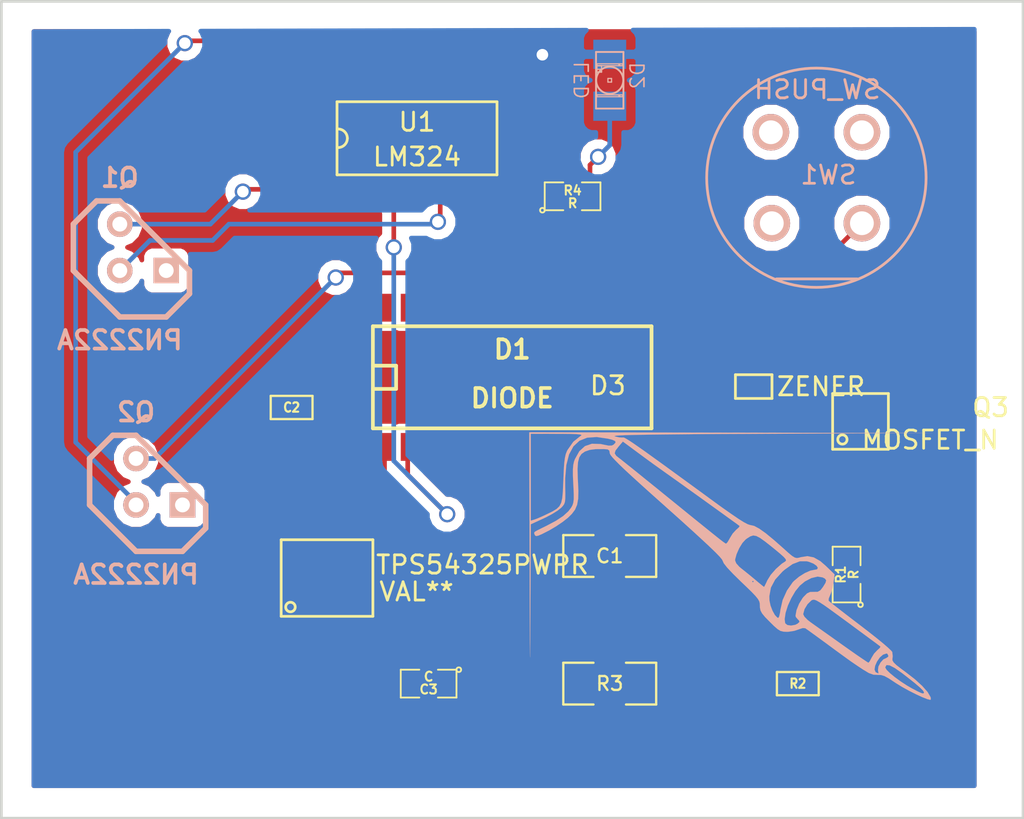
<source format=kicad_pcb>
(kicad_pcb (version 3) (host pcbnew "(2013-07-07 BZR 4022)-stable")

  (general
    (links 15)
    (no_connects 1)
    (area 155.880999 95.682999 211.911001 140.537001)
    (thickness 1.6)
    (drawings 4)
    (tracks 62)
    (zones 0)
    (modules 17)
    (nets 17)
  )

  (page A3)
  (layers
    (15 F.Cu signal)
    (0 B.Cu signal)
    (16 B.Adhes user)
    (17 F.Adhes user)
    (18 B.Paste user)
    (19 F.Paste user)
    (20 B.SilkS user)
    (21 F.SilkS user)
    (22 B.Mask user)
    (23 F.Mask user hide)
    (24 Dwgs.User user)
    (25 Cmts.User user)
    (26 Eco1.User user)
    (27 Eco2.User user)
    (28 Edge.Cuts user)
  )

  (setup
    (last_trace_width 0.254)
    (trace_clearance 0.254)
    (zone_clearance 0.508)
    (zone_45_only no)
    (trace_min 0.254)
    (segment_width 0.2)
    (edge_width 0.15)
    (via_size 0.889)
    (via_drill 0.635)
    (via_min_size 0.889)
    (via_min_drill 0.508)
    (uvia_size 0.508)
    (uvia_drill 0.127)
    (uvias_allowed no)
    (uvia_min_size 0.508)
    (uvia_min_drill 0.127)
    (pcb_text_width 0.3)
    (pcb_text_size 1 1)
    (mod_edge_width 0.15)
    (mod_text_size 1 1)
    (mod_text_width 0.15)
    (pad_size 1 1)
    (pad_drill 0.6)
    (pad_to_mask_clearance 0)
    (aux_axis_origin 0 0)
    (visible_elements 7FFFFFFF)
    (pcbplotparams
      (layerselection 284196865)
      (usegerberextensions true)
      (excludeedgelayer true)
      (linewidth 0.150000)
      (plotframeref false)
      (viasonmask false)
      (mode 1)
      (useauxorigin false)
      (hpglpennumber 1)
      (hpglpenspeed 20)
      (hpglpendiameter 15)
      (hpglpenoverlay 2)
      (psnegative false)
      (psa4output false)
      (plotreference true)
      (plotvalue true)
      (plotothertext true)
      (plotinvisibletext false)
      (padsonsilk false)
      (subtractmaskfromsilk false)
      (outputformat 1)
      (mirror false)
      (drillshape 0)
      (scaleselection 1)
      (outputdirectory Gerber/))
  )

  (net 0 "")
  (net 1 +12V)
  (net 2 GND)
  (net 3 N-0000010)
  (net 4 N-0000013)
  (net 5 N-0000014)
  (net 6 N-0000015)
  (net 7 N-0000016)
  (net 8 N-0000020)
  (net 9 N-0000021)
  (net 10 N-0000022)
  (net 11 N-000003)
  (net 12 N-000004)
  (net 13 N-000005)
  (net 14 N-000007)
  (net 15 N-000009)
  (net 16 VCC)

  (net_class Default "This is the default net class."
    (clearance 0.254)
    (trace_width 0.254)
    (via_dia 0.889)
    (via_drill 0.635)
    (uvia_dia 0.508)
    (uvia_drill 0.127)
    (add_net "")
    (add_net +12V)
    (add_net GND)
    (add_net N-0000010)
    (add_net N-0000013)
    (add_net N-0000014)
    (add_net N-0000015)
    (add_net N-0000016)
    (add_net N-0000020)
    (add_net N-0000021)
    (add_net N-0000022)
    (add_net N-000003)
    (add_net N-000004)
    (add_net N-000005)
    (add_net N-000007)
    (add_net N-000009)
    (add_net VCC)
  )

  (module LOGO (layer B.Cu) (tedit 0) (tstamp 52E7697E)
    (at 195.834 126.619)
    (fp_text reference G*** (at 0 -8.04164) (layer B.SilkS) hide
      (effects (font (size 1.524 1.524) (thickness 0.3048)) (justify mirror))
    )
    (fp_text value LOGO (at 0 8.04164) (layer B.SilkS) hide
      (effects (font (size 1.524 1.524) (thickness 0.3048)) (justify mirror))
    )
    (fp_poly (pts (xy 11.049 -7.239) (xy 2.20218 -7.19582) (xy 0.73914 -7.1882) (xy -0.5588 -7.18312)
      (xy -1.70434 -7.1755) (xy -2.70256 -7.16534) (xy -3.56362 -7.15772) (xy -4.29006 -7.1501)
      (xy -4.89458 -7.13994) (xy -5.38226 -7.12978) (xy -5.76326 -7.11962) (xy -6.04012 -7.10692)
      (xy -6.22554 -7.09422) (xy -6.32206 -7.07898) (xy -6.34238 -7.06374) (xy -6.32206 -7.05358)
      (xy -6.08838 -7.00024) (xy -5.91312 -6.99008) (xy -5.88772 -6.99516) (xy -5.84962 -6.99516)
      (xy -5.78358 -6.96976) (xy -5.67944 -6.91134) (xy -5.52704 -6.81736) (xy -5.31622 -6.67766)
      (xy -5.03936 -6.48462) (xy -4.68376 -6.2357) (xy -4.24688 -5.92074) (xy -3.71094 -5.53466)
      (xy -3.0734 -5.06984) (xy -2.31902 -4.5212) (xy -1.44272 -3.88112) (xy -1.07696 -3.61188)
      (xy -0.45466 -3.15976) (xy 0.04826 -2.8067) (xy 0.43942 -2.54) (xy 0.73152 -2.35712)
      (xy 0.9398 -2.2479) (xy 1.07442 -2.20218) (xy 1.09474 -2.19964) (xy 1.29794 -2.15392)
      (xy 1.5748 -2.00406) (xy 1.93294 -1.75006) (xy 2.38252 -1.37922) (xy 2.88036 -0.9398)
      (xy 3.17246 -0.67564) (xy 3.37566 -0.508) (xy 3.5179 -0.42164) (xy 3.63474 -0.39624)
      (xy 3.75666 -0.41656) (xy 3.83032 -0.43942) (xy 4.2037 -0.50038) (xy 4.55422 -0.4318)
      (xy 4.91236 -0.2286) (xy 5.22478 0.04318) (xy 5.69468 0.49784) (xy 5.63626 0.9398)
      (xy 5.57784 1.24968) (xy 5.49402 1.52654) (xy 5.45338 1.6256) (xy 5.37718 1.81356)
      (xy 5.36702 1.93548) (xy 5.36956 1.93802) (xy 5.44576 2.0066) (xy 5.6388 2.16154)
      (xy 5.9309 2.39014) (xy 6.30174 2.67716) (xy 6.731 3.00736) (xy 7.10184 3.2893)
      (xy 7.5692 3.64998) (xy 7.99338 3.98526) (xy 8.35152 4.27736) (xy 8.62584 4.51612)
      (xy 8.79856 4.68122) (xy 8.84936 4.74726) (xy 8.87476 4.9784) (xy 8.85952 5.10794)
      (xy 8.85952 5.20446) (xy 8.92302 5.31368) (xy 9.0678 5.45592) (xy 9.31926 5.65404)
      (xy 9.5758 5.842) (xy 10.07872 6.23062) (xy 10.48512 6.60146) (xy 10.7823 6.93674)
      (xy 10.94486 7.21614) (xy 10.9474 7.21868) (xy 10.9601 7.3406) (xy 10.92708 7.366)
      (xy 10.75944 7.32536) (xy 10.58418 7.25424) (xy 10.58418 6.95198) (xy 10.5283 6.85546)
      (xy 10.35812 6.68528) (xy 10.06348 6.43382) (xy 9.64184 6.10108) (xy 9.37514 5.89534)
      (xy 8.98652 5.62356) (xy 8.70712 5.47878) (xy 8.636 5.47116) (xy 8.636 4.953)
      (xy 8.57758 4.84124) (xy 8.52932 4.82854) (xy 8.3439 4.89204) (xy 8.2042 5.01396)
      (xy 8.2042 4.45262) (xy 8.20166 4.45008) (xy 8.128 4.39166) (xy 7.93496 4.24688)
      (xy 7.64032 4.03098) (xy 7.26694 3.75412) (xy 6.83006 3.43154) (xy 6.39064 3.10642)
      (xy 5.85216 2.71272) (xy 5.43306 2.40792) (xy 5.23494 2.26568) (xy 5.23494 0.82296)
      (xy 5.16382 0.72898) (xy 5.03682 0.66294) (xy 4.77774 0.6223) (xy 4.77774 0.13716)
      (xy 4.70408 0.0254) (xy 4.53644 -0.09144) (xy 4.29514 -0.18796) (xy 4.17322 -0.21844)
      (xy 3.7973 -0.21844) (xy 3.39344 -0.0635) (xy 3.04038 0.18796) (xy 3.04038 -0.25908)
      (xy 3.01752 -0.33528) (xy 2.91338 -0.45466) (xy 2.71272 -0.635) (xy 2.39776 -0.89662)
      (xy 2.27584 -0.99568) (xy 1.89738 -1.2954) (xy 1.62052 -1.49352) (xy 1.41224 -1.60274)
      (xy 1.2446 -1.63068) (xy 1.08712 -1.58242) (xy 0.90932 -1.47066) (xy 0.83312 -1.41478)
      (xy 0.65278 -1.2192) (xy 0.50038 -0.97028) (xy 0.50038 -2.1463) (xy 0.41402 -2.21234)
      (xy 0.21336 -2.35966) (xy -0.08382 -2.57302) (xy -0.45466 -2.84226) (xy -0.87884 -3.14706)
      (xy -1.3335 -3.47472) (xy -1.79832 -3.81) (xy -2.25298 -4.13512) (xy -2.67462 -4.43992)
      (xy -3.04292 -4.70154) (xy -3.33756 -4.91236) (xy -3.53568 -5.05206) (xy -3.556 -5.0673)
      (xy -3.8481 -5.27558) (xy -4.22402 -5.54482) (xy -4.6355 -5.84454) (xy -4.99618 -6.11124)
      (xy -5.88518 -6.7691) (xy -6.11632 -6.49986) (xy -6.2865 -6.27888) (xy -6.33222 -6.12648)
      (xy -6.25094 -5.9944) (xy -6.11378 -5.88518) (xy -5.9944 -5.79374) (xy -5.76326 -5.60832)
      (xy -5.43052 -5.34416) (xy -5.02158 -5.01396) (xy -4.54914 -4.63042) (xy -4.02844 -4.21132)
      (xy -3.64236 -3.89636) (xy -2.89306 -3.2893) (xy -2.26568 -2.77876) (xy -1.74752 -2.35966)
      (xy -1.32842 -2.02184) (xy -0.99822 -1.75514) (xy -0.74422 -1.55194) (xy -0.5588 -1.40462)
      (xy -0.42672 -1.30302) (xy -0.33782 -1.23952) (xy -0.28448 -1.20396) (xy -0.254 -1.18872)
      (xy -0.23622 -1.18618) (xy -0.16764 -1.25476) (xy -0.06604 -1.42494) (xy -0.03556 -1.48336)
      (xy 0.11684 -1.73228) (xy 0.30226 -1.93548) (xy 0.32004 -1.95072) (xy 0.4572 -2.07264)
      (xy 0.50038 -2.1463) (xy 0.50038 -0.97028) (xy 0.47498 -0.9271) (xy 0.33274 -0.60452)
      (xy 0.25654 -0.32258) (xy 0.254 -0.26162) (xy 0.3175 -0.10414) (xy 0.48514 0.08382)
      (xy 0.5588 0.14478) (xy 0.78486 0.32512) (xy 1.07442 0.5588) (xy 1.34366 0.78232)
      (xy 1.5748 0.9779) (xy 1.75006 1.12014) (xy 1.83388 1.18364) (xy 1.83642 1.18618)
      (xy 1.87706 1.11506) (xy 1.96342 0.9398) (xy 2.01422 0.8255) (xy 2.20218 0.52324)
      (xy 2.48412 0.20066) (xy 2.80416 -0.08382) (xy 2.9972 -0.21082) (xy 3.04038 -0.25908)
      (xy 3.04038 0.18796) (xy 2.95656 0.24892) (xy 2.84226 0.34798) (xy 2.44602 0.78232)
      (xy 2.21234 1.22174) (xy 2.12598 1.69164) (xy 2.1336 1.93548) (xy 2.19202 2.2098)
      (xy 2.2987 2.48666) (xy 2.42824 2.72034) (xy 2.56032 2.86004) (xy 2.61874 2.88036)
      (xy 2.66192 2.80162) (xy 2.70764 2.60604) (xy 2.73304 2.4257) (xy 2.85242 1.90246)
      (xy 3.08864 1.38176) (xy 3.40106 0.93218) (xy 3.47726 0.85344) (xy 3.75412 0.6223)
      (xy 4.07162 0.42418) (xy 4.37134 0.2921) (xy 4.56438 0.254) (xy 4.7371 0.22098)
      (xy 4.77774 0.13716) (xy 4.77774 0.6223) (xy 4.75996 0.61976) (xy 4.42468 0.70104)
      (xy 4.07416 0.88392) (xy 3.79984 1.10998) (xy 3.55092 1.41478) (xy 3.3274 1.79578)
      (xy 3.14198 2.20218) (xy 3.01498 2.60096) (xy 2.96418 2.94386) (xy 2.99212 3.17246)
      (xy 3.10896 3.26898) (xy 3.3147 3.29946) (xy 3.5433 3.25882) (xy 3.67284 3.19278)
      (xy 3.77698 3.09626) (xy 3.73888 3.01244) (xy 3.69062 2.96926) (xy 3.57886 2.83718)
      (xy 3.556 2.76352) (xy 3.61188 2.45364) (xy 3.75412 2.10058) (xy 3.9497 1.78562)
      (xy 3.99796 1.72974) (xy 4.18592 1.53924) (xy 4.35356 1.4605) (xy 4.5593 1.45542)
      (xy 4.77012 1.45288) (xy 4.91744 1.36906) (xy 5.0546 1.1938) (xy 5.19684 0.96266)
      (xy 5.23494 0.82296) (xy 5.23494 2.26568) (xy 5.11556 2.18186) (xy 4.88188 2.02946)
      (xy 4.71678 1.93548) (xy 4.60248 1.88976) (xy 4.5212 1.88468) (xy 4.45516 1.90754)
      (xy 4.4196 1.9304) (xy 4.21386 2.13106) (xy 4.0513 2.4003) (xy 3.98018 2.66192)
      (xy 3.98018 2.68478) (xy 4.04622 2.81432) (xy 4.2164 2.98958) (xy 4.38404 3.11912)
      (xy 4.57962 3.25882) (xy 4.88442 3.47472) (xy 5.26796 3.7465) (xy 5.69722 4.0513)
      (xy 6.13918 4.36626) (xy 6.55574 4.6609) (xy 6.92912 4.92252) (xy 7.23138 5.12826)
      (xy 7.4422 5.2705) (xy 7.54126 5.33146) (xy 7.54634 5.33146) (xy 7.60984 5.26288)
      (xy 7.69874 5.09524) (xy 7.70636 5.07746) (xy 7.85114 4.83616) (xy 8.02386 4.65328)
      (xy 8.16102 4.52882) (xy 8.2042 4.45262) (xy 8.2042 5.01396) (xy 8.16356 5.05206)
      (xy 8.0137 5.2705) (xy 7.9121 5.50164) (xy 7.87908 5.70738) (xy 7.94004 5.84962)
      (xy 7.98068 5.86994) (xy 8.08228 5.91566) (xy 8.09498 5.92074) (xy 8.08736 5.8547)
      (xy 8.06704 5.73532) (xy 8.09244 5.53974) (xy 8.2042 5.32638) (xy 8.35914 5.15112)
      (xy 8.51408 5.08) (xy 8.62076 5.01142) (xy 8.636 4.953) (xy 8.636 5.47116)
      (xy 8.5344 5.461) (xy 8.4709 5.57276) (xy 8.4709 5.60578) (xy 8.54202 5.72516)
      (xy 8.7249 5.9055) (xy 8.99414 6.12648) (xy 9.31418 6.36016) (xy 9.65708 6.58368)
      (xy 9.92632 6.73862) (xy 10.24128 6.90372) (xy 10.4394 6.99516) (xy 10.54354 7.01802)
      (xy 10.58164 6.97992) (xy 10.58418 6.95198) (xy 10.58418 7.25424) (xy 10.48512 7.21614)
      (xy 10.13968 7.05612) (xy 9.7663 6.86816) (xy 9.398 6.66496) (xy 9.07796 6.46938)
      (xy 8.98652 6.40842) (xy 8.65886 6.19252) (xy 8.42264 6.06298) (xy 8.23468 6.0071)
      (xy 8.04926 5.99948) (xy 8.04418 5.99948) (xy 7.8105 5.98678) (xy 7.56666 5.89788)
      (xy 7.26948 5.72008) (xy 7.00786 5.54736) (xy 6.78942 5.40004) (xy 6.5786 5.25526)
      (xy 6.35254 5.0927) (xy 6.07568 4.89204) (xy 5.72008 4.63296) (xy 5.29082 4.31546)
      (xy 4.91236 4.0386) (xy 4.57454 3.79222) (xy 4.30784 3.59918) (xy 4.13512 3.47726)
      (xy 4.08686 3.44424) (xy 3.94716 3.43662) (xy 3.7465 3.50266) (xy 3.73126 3.51028)
      (xy 3.48488 3.59156) (xy 3.18008 3.63728) (xy 3.0861 3.64236) (xy 2.89052 3.6322)
      (xy 2.73558 3.5941) (xy 2.5781 3.49758) (xy 2.37998 3.32486) (xy 2.15138 3.0988)
      (xy 1.88722 2.82956) (xy 1.7272 2.63398) (xy 1.64338 2.4765) (xy 1.61036 2.31902)
      (xy 1.60782 2.21996) (xy 1.60274 2.08788) (xy 1.57226 1.97104) (xy 1.4986 1.8415)
      (xy 1.36652 1.67894) (xy 1.27 1.57734) (xy 1.27 0.889) (xy 1.22682 0.84836)
      (xy 1.18618 0.889) (xy 1.22682 0.93218) (xy 1.27 0.889) (xy 1.27 1.57734)
      (xy 1.15824 1.4605) (xy 0.85344 1.16332) (xy 0.59182 0.9144) (xy 0.1397 0.4699)
      (xy -0.18288 0.127) (xy -0.3683 -0.10922) (xy -0.42418 -0.23622) (xy -0.46482 -0.3175)
      (xy -0.59182 -0.4699) (xy -0.8128 -0.6985) (xy -1.1303 -1.00584) (xy -1.55448 -1.40208)
      (xy -2.08534 -1.88976) (xy -2.73558 -2.47904) (xy -3.50774 -3.16992) (xy -3.51282 -3.175)
      (xy -4.24688 -3.83032) (xy -4.85902 -4.3815) (xy -5.36448 -4.84124) (xy -5.76834 -5.21462)
      (xy -6.08076 -5.51434) (xy -6.30936 -5.74548) (xy -6.46684 -5.91566) (xy -6.56336 -6.04012)
      (xy -6.60146 -6.1214) (xy -6.604 -6.14172) (xy -6.62686 -6.27888) (xy -6.72338 -6.34238)
      (xy -6.9215 -6.35762) (xy -7.37108 -6.35508) (xy -7.6962 -6.31444) (xy -7.94512 -6.22808)
      (xy -7.96798 -6.21792) (xy -8.14832 -6.09092) (xy -8.27024 -5.90804) (xy -8.33882 -5.64388)
      (xy -8.36422 -5.27304) (xy -8.35152 -4.76758) (xy -8.3439 -4.63042) (xy -8.3185 -4.06908)
      (xy -8.32866 -3.64236) (xy -8.38708 -3.31216) (xy -8.49884 -3.04546) (xy -8.6741 -2.81178)
      (xy -8.89 -2.59842) (xy -9.17194 -2.37744) (xy -9.53516 -2.13106) (xy -9.91362 -1.90754)
      (xy -9.97966 -1.87452) (xy -10.30478 -1.70942) (xy -10.51052 -1.62052) (xy -10.6299 -1.59766)
      (xy -10.68832 -1.63322) (xy -10.70356 -1.6637) (xy -10.73404 -1.73482) (xy -10.73658 -1.78816)
      (xy -10.68832 -1.8415) (xy -10.55878 -1.91516) (xy -10.3251 -2.032) (xy -10.07618 -2.15392)
      (xy -9.54278 -2.43586) (xy -9.14908 -2.69748) (xy -8.8646 -2.95656) (xy -8.70966 -3.1623)
      (xy -8.63854 -3.29184) (xy -8.59536 -3.43154) (xy -8.5725 -3.61696) (xy -8.5725 -3.8862)
      (xy -8.58774 -4.27736) (xy -8.5979 -4.45008) (xy -8.61822 -4.9149) (xy -8.61822 -5.25272)
      (xy -8.5979 -5.49656) (xy -8.55472 -5.68706) (xy -8.51154 -5.8039) (xy -8.2677 -6.24078)
      (xy -7.95782 -6.52272) (xy -7.57428 -6.65226) (xy -7.10438 -6.63702) (xy -6.94436 -6.604)
      (xy -6.66242 -6.54812) (xy -6.49224 -6.5532) (xy -6.39064 -6.604) (xy -6.2865 -6.71576)
      (xy -6.30428 -6.7945) (xy -6.45668 -6.86562) (xy -6.69544 -6.92658) (xy -7.3152 -7.01802)
      (xy -7.83844 -6.98246) (xy -8.14578 -6.86054) (xy -8.14578 -7.13232) (xy -8.22706 -7.15772)
      (xy -8.43026 -7.1755) (xy -8.76808 -7.1882) (xy -9.25322 -7.19328) (xy -9.4615 -7.19328)
      (xy -10.922 -7.19582) (xy -10.922 -4.82092) (xy -10.922 -2.44348) (xy -10.7315 -2.49936)
      (xy -10.55878 -2.56286) (xy -10.29462 -2.67716) (xy -10.0203 -2.8067) (xy -9.72312 -2.95402)
      (xy -9.50722 -3.0861) (xy -9.35736 -3.23088) (xy -9.2583 -3.41884) (xy -9.19988 -3.67792)
      (xy -9.16686 -4.04114) (xy -9.14654 -4.5339) (xy -9.13892 -4.6863) (xy -9.1186 -5.207)
      (xy -9.0932 -5.59054) (xy -9.05764 -5.8674) (xy -9.01192 -6.07568) (xy -8.94842 -6.24332)
      (xy -8.9154 -6.30682) (xy -8.59536 -6.76148) (xy -8.18896 -7.0866) (xy -8.17118 -7.09676)
      (xy -8.14578 -7.13232) (xy -8.14578 -6.86054) (xy -8.26262 -6.81228) (xy -8.59028 -6.50748)
      (xy -8.82904 -6.06552) (xy -8.9789 -5.48132) (xy -9.03986 -4.75488) (xy -9.03986 -4.33832)
      (xy -9.03224 -3.92684) (xy -9.03478 -3.64998) (xy -9.0551 -3.46456) (xy -9.10082 -3.33756)
      (xy -9.17956 -3.23088) (xy -9.2583 -3.14706) (xy -9.4488 -2.99466) (xy -9.7409 -2.81178)
      (xy -10.0838 -2.6289) (xy -10.2108 -2.56794) (xy -10.91946 -2.24282) (xy -10.94232 2.58318)
      (xy -10.9474 3.3528) (xy -10.94994 3.98018) (xy -10.95502 4.46532) (xy -10.95756 4.80568)
      (xy -10.9601 5.00126) (xy -10.96264 5.04444) (xy -10.96518 4.93776) (xy -10.96772 4.6736)
      (xy -10.9728 4.25704) (xy -10.97534 3.68046) (xy -10.97788 2.94132) (xy -10.98042 2.04216)
      (xy -10.98296 0.97536) (xy -10.9855 0.0635) (xy -11.00582 -7.27964) (xy 0.02032 -7.25932)
      (xy 11.049 -7.239) (xy 11.049 -7.239)) (layer B.SilkS) (width 0.00254))
  )

  (module TO92 (layer B.Cu) (tedit 443CFFD1) (tstamp 52E5B0AD)
    (at 163.703 109.22)
    (descr "Transistor TO92 brochage type BC237")
    (tags "TR TO92")
    (path /52E5ACB4)
    (fp_text reference Q1 (at -1.27 -3.81) (layer B.SilkS)
      (effects (font (size 1.016 1.016) (thickness 0.2032)) (justify mirror))
    )
    (fp_text value PN2222A (at -1.27 5.08) (layer B.SilkS)
      (effects (font (size 1.016 1.016) (thickness 0.2032)) (justify mirror))
    )
    (fp_line (start -1.27 -2.54) (end 2.54 1.27) (layer B.SilkS) (width 0.3048))
    (fp_line (start 2.54 1.27) (end 2.54 2.54) (layer B.SilkS) (width 0.3048))
    (fp_line (start 2.54 2.54) (end 1.27 3.81) (layer B.SilkS) (width 0.3048))
    (fp_line (start 1.27 3.81) (end -1.27 3.81) (layer B.SilkS) (width 0.3048))
    (fp_line (start -1.27 3.81) (end -3.81 1.27) (layer B.SilkS) (width 0.3048))
    (fp_line (start -3.81 1.27) (end -3.81 -1.27) (layer B.SilkS) (width 0.3048))
    (fp_line (start -3.81 -1.27) (end -2.54 -2.54) (layer B.SilkS) (width 0.3048))
    (fp_line (start -2.54 -2.54) (end -1.27 -2.54) (layer B.SilkS) (width 0.3048))
    (pad 1 thru_hole rect (at 1.27 1.27) (size 1.397 1.397) (drill 0.8128)
      (layers *.Cu *.Mask B.SilkS)
    )
    (pad 2 thru_hole circle (at -1.27 1.27) (size 1.397 1.397) (drill 0.8128)
      (layers *.Cu *.Mask B.SilkS)
      (net 8 N-0000020)
    )
    (pad 3 thru_hole circle (at -1.27 -1.27) (size 1.397 1.397) (drill 0.8128)
      (layers *.Cu *.Mask B.SilkS)
      (net 10 N-0000022)
    )
    (model discret/to98.wrl
      (at (xyz 0 0 0))
      (scale (xyz 1 1 1))
      (rotate (xyz 0 0 0))
    )
  )

  (module TO92 (layer B.Cu) (tedit 443CFFD1) (tstamp 52E5B0BC)
    (at 164.592 122.047)
    (descr "Transistor TO92 brochage type BC237")
    (tags "TR TO92")
    (path /52E5AD34)
    (fp_text reference Q2 (at -1.27 -3.81) (layer B.SilkS)
      (effects (font (size 1.016 1.016) (thickness 0.2032)) (justify mirror))
    )
    (fp_text value PN2222A (at -1.27 5.08) (layer B.SilkS)
      (effects (font (size 1.016 1.016) (thickness 0.2032)) (justify mirror))
    )
    (fp_line (start -1.27 -2.54) (end 2.54 1.27) (layer B.SilkS) (width 0.3048))
    (fp_line (start 2.54 1.27) (end 2.54 2.54) (layer B.SilkS) (width 0.3048))
    (fp_line (start 2.54 2.54) (end 1.27 3.81) (layer B.SilkS) (width 0.3048))
    (fp_line (start 1.27 3.81) (end -1.27 3.81) (layer B.SilkS) (width 0.3048))
    (fp_line (start -1.27 3.81) (end -3.81 1.27) (layer B.SilkS) (width 0.3048))
    (fp_line (start -3.81 1.27) (end -3.81 -1.27) (layer B.SilkS) (width 0.3048))
    (fp_line (start -3.81 -1.27) (end -2.54 -2.54) (layer B.SilkS) (width 0.3048))
    (fp_line (start -2.54 -2.54) (end -1.27 -2.54) (layer B.SilkS) (width 0.3048))
    (pad 1 thru_hole rect (at 1.27 1.27) (size 1.397 1.397) (drill 0.8128)
      (layers *.Cu *.Mask B.SilkS)
    )
    (pad 2 thru_hole circle (at -1.27 1.27) (size 1.397 1.397) (drill 0.8128)
      (layers *.Cu *.Mask B.SilkS)
      (net 11 N-000003)
    )
    (pad 3 thru_hole circle (at -1.27 -1.27) (size 1.397 1.397) (drill 0.8128)
      (layers *.Cu *.Mask B.SilkS)
      (net 12 N-000004)
    )
    (model discret/to98.wrl
      (at (xyz 0 0 0))
      (scale (xyz 1 1 1))
      (rotate (xyz 0 0 0))
    )
  )

  (module SOIC24 (layer F.Cu) (tedit 4289BEAB) (tstamp 52E769CA)
    (at 183.896 116.332)
    (path /52E5AC65)
    (attr smd)
    (fp_text reference D1 (at 0 -1.524) (layer F.SilkS)
      (effects (font (size 1.016 1.016) (thickness 0.2032)))
    )
    (fp_text value DIODE (at 0 1.143) (layer F.SilkS)
      (effects (font (size 1.016 1.016) (thickness 0.2032)))
    )
    (fp_line (start 7.62 -2.794) (end 7.62 2.794) (layer F.SilkS) (width 0.2032))
    (fp_line (start -7.62 -2.794) (end -7.62 2.794) (layer F.SilkS) (width 0.2032))
    (fp_line (start 7.62 -2.794) (end -7.62 -2.794) (layer F.SilkS) (width 0.2032))
    (fp_line (start -7.62 -0.635) (end -6.35 -0.635) (layer F.SilkS) (width 0.2032))
    (fp_line (start -6.35 -0.635) (end -6.35 0.635) (layer F.SilkS) (width 0.2032))
    (fp_line (start -6.35 0.635) (end -7.62 0.635) (layer F.SilkS) (width 0.2032))
    (fp_line (start -7.62 2.794) (end 7.62 2.794) (layer F.SilkS) (width 0.2032))
    (pad 1 smd rect (at -6.985 3.81) (size 0.762 1.524)
      (layers F.Cu F.Paste F.Mask)
      (net 15 N-000009)
    )
    (pad 2 smd rect (at -5.715 3.81) (size 0.762 1.524)
      (layers F.Cu F.Paste F.Mask)
      (net 9 N-0000021)
    )
    (pad 3 smd rect (at -4.445 3.81) (size 0.762 1.524)
      (layers F.Cu F.Paste F.Mask)
    )
    (pad 4 smd rect (at -3.175 3.81) (size 0.762 1.524)
      (layers F.Cu F.Paste F.Mask)
    )
    (pad 5 smd rect (at -1.905 3.81) (size 0.762 1.524)
      (layers F.Cu F.Paste F.Mask)
    )
    (pad 6 smd rect (at -0.635 3.81) (size 0.762 1.524)
      (layers F.Cu F.Paste F.Mask)
    )
    (pad 7 smd rect (at 0.635 3.81) (size 0.762 1.524)
      (layers F.Cu F.Paste F.Mask)
    )
    (pad 8 smd rect (at 1.905 3.81) (size 0.762 1.524)
      (layers F.Cu F.Paste F.Mask)
    )
    (pad 9 smd rect (at 3.175 3.81) (size 0.762 1.524)
      (layers F.Cu F.Paste F.Mask)
    )
    (pad 10 smd rect (at 4.445 3.81) (size 0.762 1.524)
      (layers F.Cu F.Paste F.Mask)
    )
    (pad 11 smd rect (at 5.715 3.81) (size 0.762 1.524)
      (layers F.Cu F.Paste F.Mask)
    )
    (pad 12 smd rect (at 7.112 3.81) (size 0.762 1.524)
      (layers F.Cu F.Paste F.Mask)
    )
    (pad 24 smd rect (at -6.985 -3.81) (size 0.762 1.524)
      (layers F.Cu F.Paste F.Mask)
    )
    (pad 23 smd rect (at -5.715 -3.81) (size 0.762 1.524)
      (layers F.Cu F.Paste F.Mask)
    )
    (pad 22 smd rect (at -4.445 -3.81) (size 0.762 1.524)
      (layers F.Cu F.Paste F.Mask)
    )
    (pad 21 smd rect (at -3.175 -3.81) (size 0.762 1.524)
      (layers F.Cu F.Paste F.Mask)
    )
    (pad 20 smd rect (at -1.905 -3.81) (size 0.762 1.524)
      (layers F.Cu F.Paste F.Mask)
    )
    (pad 19 smd rect (at -0.635 -3.81) (size 0.762 1.524)
      (layers F.Cu F.Paste F.Mask)
    )
    (pad 18 smd rect (at 0.635 -3.81) (size 0.762 1.524)
      (layers F.Cu F.Paste F.Mask)
    )
    (pad 17 smd rect (at 1.905 -3.81) (size 0.762 1.524)
      (layers F.Cu F.Paste F.Mask)
    )
    (pad 16 smd rect (at 3.175 -3.81) (size 0.762 1.524)
      (layers F.Cu F.Paste F.Mask)
    )
    (pad 15 smd rect (at 4.445 -3.81) (size 0.762 1.524)
      (layers F.Cu F.Paste F.Mask)
    )
    (pad 14 smd rect (at 5.715 -3.81) (size 0.762 1.524)
      (layers F.Cu F.Paste F.Mask)
    )
    (pad 13 smd rect (at 6.985 -3.81) (size 0.762 1.524)
      (layers F.Cu F.Paste F.Mask)
    )
    (model smd/cms_soj24.wrl
      (at (xyz 0 0 0))
      (scale (xyz 0.5 0.6 0.5))
      (rotate (xyz 0 0 0))
    )
  )

  (module SM1206 (layer F.Cu) (tedit 42806E24) (tstamp 52E5B0EB)
    (at 189.23 133.096 180)
    (path /52E5AAFA)
    (attr smd)
    (fp_text reference R3 (at 0 0 180) (layer F.SilkS)
      (effects (font (size 0.762 0.762) (thickness 0.127)))
    )
    (fp_text value R (at 0 0 180) (layer F.SilkS) hide
      (effects (font (size 0.762 0.762) (thickness 0.127)))
    )
    (fp_line (start -2.54 -1.143) (end -2.54 1.143) (layer F.SilkS) (width 0.127))
    (fp_line (start -2.54 1.143) (end -0.889 1.143) (layer F.SilkS) (width 0.127))
    (fp_line (start 0.889 -1.143) (end 2.54 -1.143) (layer F.SilkS) (width 0.127))
    (fp_line (start 2.54 -1.143) (end 2.54 1.143) (layer F.SilkS) (width 0.127))
    (fp_line (start 2.54 1.143) (end 0.889 1.143) (layer F.SilkS) (width 0.127))
    (fp_line (start -0.889 -1.143) (end -2.54 -1.143) (layer F.SilkS) (width 0.127))
    (pad 1 smd rect (at -1.651 0 180) (size 1.524 2.032)
      (layers F.Cu F.Paste F.Mask)
      (net 16 VCC)
    )
    (pad 2 smd rect (at 1.651 0 180) (size 1.524 2.032)
      (layers F.Cu F.Paste F.Mask)
      (net 14 N-000007)
    )
    (model smd/chip_cms.wrl
      (at (xyz 0 0 0))
      (scale (xyz 0.17 0.16 0.16))
      (rotate (xyz 0 0 0))
    )
  )

  (module SM1206 (layer F.Cu) (tedit 42806E24) (tstamp 52E5B0F7)
    (at 189.23 126.111 180)
    (path /52E5AB09)
    (attr smd)
    (fp_text reference C1 (at 0 0 180) (layer F.SilkS)
      (effects (font (size 0.762 0.762) (thickness 0.127)))
    )
    (fp_text value C (at 0 0 180) (layer F.SilkS) hide
      (effects (font (size 0.762 0.762) (thickness 0.127)))
    )
    (fp_line (start -2.54 -1.143) (end -2.54 1.143) (layer F.SilkS) (width 0.127))
    (fp_line (start -2.54 1.143) (end -0.889 1.143) (layer F.SilkS) (width 0.127))
    (fp_line (start 0.889 -1.143) (end 2.54 -1.143) (layer F.SilkS) (width 0.127))
    (fp_line (start 2.54 -1.143) (end 2.54 1.143) (layer F.SilkS) (width 0.127))
    (fp_line (start 2.54 1.143) (end 0.889 1.143) (layer F.SilkS) (width 0.127))
    (fp_line (start -0.889 -1.143) (end -2.54 -1.143) (layer F.SilkS) (width 0.127))
    (pad 1 smd rect (at -1.651 0 180) (size 1.524 2.032)
      (layers F.Cu F.Paste F.Mask)
      (net 13 N-000005)
    )
    (pad 2 smd rect (at 1.651 0 180) (size 1.524 2.032)
      (layers F.Cu F.Paste F.Mask)
      (net 15 N-000009)
    )
    (model smd/chip_cms.wrl
      (at (xyz 0 0 0))
      (scale (xyz 0.17 0.16 0.16))
      (rotate (xyz 0 0 0))
    )
  )

  (module SM0805 (layer F.Cu) (tedit 5091495C) (tstamp 52E5B104)
    (at 202.184 127.127 90)
    (path /52E5AADC)
    (attr smd)
    (fp_text reference R1 (at 0 -0.3175 90) (layer F.SilkS)
      (effects (font (size 0.50038 0.50038) (thickness 0.10922)))
    )
    (fp_text value R (at 0 0.381 90) (layer F.SilkS)
      (effects (font (size 0.50038 0.50038) (thickness 0.10922)))
    )
    (fp_circle (center -1.651 0.762) (end -1.651 0.635) (layer F.SilkS) (width 0.09906))
    (fp_line (start -0.508 0.762) (end -1.524 0.762) (layer F.SilkS) (width 0.09906))
    (fp_line (start -1.524 0.762) (end -1.524 -0.762) (layer F.SilkS) (width 0.09906))
    (fp_line (start -1.524 -0.762) (end -0.508 -0.762) (layer F.SilkS) (width 0.09906))
    (fp_line (start 0.508 -0.762) (end 1.524 -0.762) (layer F.SilkS) (width 0.09906))
    (fp_line (start 1.524 -0.762) (end 1.524 0.762) (layer F.SilkS) (width 0.09906))
    (fp_line (start 1.524 0.762) (end 0.508 0.762) (layer F.SilkS) (width 0.09906))
    (pad 1 smd rect (at -0.9525 0 90) (size 0.889 1.397)
      (layers F.Cu F.Paste F.Mask)
      (net 16 VCC)
    )
    (pad 2 smd rect (at 0.9525 0 90) (size 0.889 1.397)
      (layers F.Cu F.Paste F.Mask)
      (net 13 N-000005)
    )
    (model smd/chip_cms.wrl
      (at (xyz 0 0 0))
      (scale (xyz 0.1 0.1 0.1))
      (rotate (xyz 0 0 0))
    )
  )

  (module SM0805 (layer F.Cu) (tedit 5091495C) (tstamp 52E5B111)
    (at 179.324 133.096 180)
    (path /52E5AB27)
    (attr smd)
    (fp_text reference C3 (at 0 -0.3175 180) (layer F.SilkS)
      (effects (font (size 0.50038 0.50038) (thickness 0.10922)))
    )
    (fp_text value C (at 0 0.381 180) (layer F.SilkS)
      (effects (font (size 0.50038 0.50038) (thickness 0.10922)))
    )
    (fp_circle (center -1.651 0.762) (end -1.651 0.635) (layer F.SilkS) (width 0.09906))
    (fp_line (start -0.508 0.762) (end -1.524 0.762) (layer F.SilkS) (width 0.09906))
    (fp_line (start -1.524 0.762) (end -1.524 -0.762) (layer F.SilkS) (width 0.09906))
    (fp_line (start -1.524 -0.762) (end -0.508 -0.762) (layer F.SilkS) (width 0.09906))
    (fp_line (start 0.508 -0.762) (end 1.524 -0.762) (layer F.SilkS) (width 0.09906))
    (fp_line (start 1.524 -0.762) (end 1.524 0.762) (layer F.SilkS) (width 0.09906))
    (fp_line (start 1.524 0.762) (end 0.508 0.762) (layer F.SilkS) (width 0.09906))
    (pad 1 smd rect (at -0.9525 0 180) (size 0.889 1.397)
      (layers F.Cu F.Paste F.Mask)
      (net 14 N-000007)
    )
    (pad 2 smd rect (at 0.9525 0 180) (size 0.889 1.397)
      (layers F.Cu F.Paste F.Mask)
    )
    (model smd/chip_cms.wrl
      (at (xyz 0 0 0))
      (scale (xyz 0.1 0.1 0.1))
      (rotate (xyz 0 0 0))
    )
  )

  (module SM0805 (layer F.Cu) (tedit 5091495C) (tstamp 52E5B11E)
    (at 187.198 106.426)
    (path /52E5AEBC)
    (attr smd)
    (fp_text reference R4 (at 0 -0.3175) (layer F.SilkS)
      (effects (font (size 0.50038 0.50038) (thickness 0.10922)))
    )
    (fp_text value R (at 0 0.381) (layer F.SilkS)
      (effects (font (size 0.50038 0.50038) (thickness 0.10922)))
    )
    (fp_circle (center -1.651 0.762) (end -1.651 0.635) (layer F.SilkS) (width 0.09906))
    (fp_line (start -0.508 0.762) (end -1.524 0.762) (layer F.SilkS) (width 0.09906))
    (fp_line (start -1.524 0.762) (end -1.524 -0.762) (layer F.SilkS) (width 0.09906))
    (fp_line (start -1.524 -0.762) (end -0.508 -0.762) (layer F.SilkS) (width 0.09906))
    (fp_line (start 0.508 -0.762) (end 1.524 -0.762) (layer F.SilkS) (width 0.09906))
    (fp_line (start 1.524 -0.762) (end 1.524 0.762) (layer F.SilkS) (width 0.09906))
    (fp_line (start 1.524 0.762) (end 0.508 0.762) (layer F.SilkS) (width 0.09906))
    (pad 1 smd rect (at -0.9525 0) (size 0.889 1.397)
      (layers F.Cu F.Paste F.Mask)
      (net 7 N-0000016)
    )
    (pad 2 smd rect (at 0.9525 0) (size 0.889 1.397)
      (layers F.Cu F.Paste F.Mask)
      (net 6 N-0000015)
    )
    (model smd/chip_cms.wrl
      (at (xyz 0 0 0))
      (scale (xyz 0.1 0.1 0.1))
      (rotate (xyz 0 0 0))
    )
  )

  (module SM0603 (layer F.Cu) (tedit 4E43A3D1) (tstamp 52E5B128)
    (at 199.517 133.096)
    (path /52E5AAEB)
    (attr smd)
    (fp_text reference R2 (at 0 0) (layer F.SilkS)
      (effects (font (size 0.508 0.4572) (thickness 0.1143)))
    )
    (fp_text value R (at 0 0) (layer F.SilkS) hide
      (effects (font (size 0.508 0.4572) (thickness 0.1143)))
    )
    (fp_line (start -1.143 -0.635) (end 1.143 -0.635) (layer F.SilkS) (width 0.127))
    (fp_line (start 1.143 -0.635) (end 1.143 0.635) (layer F.SilkS) (width 0.127))
    (fp_line (start 1.143 0.635) (end -1.143 0.635) (layer F.SilkS) (width 0.127))
    (fp_line (start -1.143 0.635) (end -1.143 -0.635) (layer F.SilkS) (width 0.127))
    (pad 1 smd rect (at -0.762 0) (size 0.635 1.143)
      (layers F.Cu F.Paste F.Mask)
      (net 16 VCC)
    )
    (pad 2 smd rect (at 0.762 0) (size 0.635 1.143)
      (layers F.Cu F.Paste F.Mask)
    )
    (model smd\resistors\R0603.wrl
      (at (xyz 0 0 0.001))
      (scale (xyz 0.5 0.5 0.5))
      (rotate (xyz 0 0 0))
    )
  )

  (module SM0603 (layer F.Cu) (tedit 4E43A3D1) (tstamp 52E5B132)
    (at 171.831 117.983)
    (path /52E5AB18)
    (attr smd)
    (fp_text reference C2 (at 0 0) (layer F.SilkS)
      (effects (font (size 0.508 0.4572) (thickness 0.1143)))
    )
    (fp_text value C (at 0 0) (layer F.SilkS) hide
      (effects (font (size 0.508 0.4572) (thickness 0.1143)))
    )
    (fp_line (start -1.143 -0.635) (end 1.143 -0.635) (layer F.SilkS) (width 0.127))
    (fp_line (start 1.143 -0.635) (end 1.143 0.635) (layer F.SilkS) (width 0.127))
    (fp_line (start 1.143 0.635) (end -1.143 0.635) (layer F.SilkS) (width 0.127))
    (fp_line (start -1.143 0.635) (end -1.143 -0.635) (layer F.SilkS) (width 0.127))
    (pad 1 smd rect (at -0.762 0) (size 0.635 1.143)
      (layers F.Cu F.Paste F.Mask)
    )
    (pad 2 smd rect (at 0.762 0) (size 0.635 1.143)
      (layers F.Cu F.Paste F.Mask)
    )
    (model smd\resistors\R0603.wrl
      (at (xyz 0 0 0.001))
      (scale (xyz 0.5 0.5 0.5))
      (rotate (xyz 0 0 0))
    )
  )

  (module LED-1206 (layer B.Cu) (tedit 49BFA1FF) (tstamp 52E5B15C)
    (at 189.23 100.076 90)
    (descr "LED 1206 smd package")
    (tags "LED1206 SMD")
    (path /52E5AEAD)
    (attr smd)
    (fp_text reference D2 (at 0.254 1.524 90) (layer B.SilkS)
      (effects (font (size 0.762 0.762) (thickness 0.0889)) (justify mirror))
    )
    (fp_text value LED (at 0 -1.524 90) (layer B.SilkS)
      (effects (font (size 0.762 0.762) (thickness 0.0889)) (justify mirror))
    )
    (fp_line (start -0.09906 -0.09906) (end 0.09906 -0.09906) (layer B.SilkS) (width 0.06604))
    (fp_line (start 0.09906 -0.09906) (end 0.09906 0.09906) (layer B.SilkS) (width 0.06604))
    (fp_line (start -0.09906 0.09906) (end 0.09906 0.09906) (layer B.SilkS) (width 0.06604))
    (fp_line (start -0.09906 -0.09906) (end -0.09906 0.09906) (layer B.SilkS) (width 0.06604))
    (fp_line (start 0.44958 -0.6985) (end 0.79756 -0.6985) (layer B.SilkS) (width 0.06604))
    (fp_line (start 0.79756 -0.6985) (end 0.79756 -0.44958) (layer B.SilkS) (width 0.06604))
    (fp_line (start 0.44958 -0.44958) (end 0.79756 -0.44958) (layer B.SilkS) (width 0.06604))
    (fp_line (start 0.44958 -0.6985) (end 0.44958 -0.44958) (layer B.SilkS) (width 0.06604))
    (fp_line (start 0.79756 -0.6985) (end 0.89916 -0.6985) (layer B.SilkS) (width 0.06604))
    (fp_line (start 0.89916 -0.6985) (end 0.89916 0.49784) (layer B.SilkS) (width 0.06604))
    (fp_line (start 0.79756 0.49784) (end 0.89916 0.49784) (layer B.SilkS) (width 0.06604))
    (fp_line (start 0.79756 -0.6985) (end 0.79756 0.49784) (layer B.SilkS) (width 0.06604))
    (fp_line (start 0.79756 0.54864) (end 0.89916 0.54864) (layer B.SilkS) (width 0.06604))
    (fp_line (start 0.89916 0.54864) (end 0.89916 0.6985) (layer B.SilkS) (width 0.06604))
    (fp_line (start 0.79756 0.6985) (end 0.89916 0.6985) (layer B.SilkS) (width 0.06604))
    (fp_line (start 0.79756 0.54864) (end 0.79756 0.6985) (layer B.SilkS) (width 0.06604))
    (fp_line (start -0.89916 -0.6985) (end -0.79756 -0.6985) (layer B.SilkS) (width 0.06604))
    (fp_line (start -0.79756 -0.6985) (end -0.79756 0.49784) (layer B.SilkS) (width 0.06604))
    (fp_line (start -0.89916 0.49784) (end -0.79756 0.49784) (layer B.SilkS) (width 0.06604))
    (fp_line (start -0.89916 -0.6985) (end -0.89916 0.49784) (layer B.SilkS) (width 0.06604))
    (fp_line (start -0.89916 0.54864) (end -0.79756 0.54864) (layer B.SilkS) (width 0.06604))
    (fp_line (start -0.79756 0.54864) (end -0.79756 0.6985) (layer B.SilkS) (width 0.06604))
    (fp_line (start -0.89916 0.6985) (end -0.79756 0.6985) (layer B.SilkS) (width 0.06604))
    (fp_line (start -0.89916 0.54864) (end -0.89916 0.6985) (layer B.SilkS) (width 0.06604))
    (fp_line (start 0.44958 -0.6985) (end 0.59944 -0.6985) (layer B.SilkS) (width 0.06604))
    (fp_line (start 0.59944 -0.6985) (end 0.59944 -0.44958) (layer B.SilkS) (width 0.06604))
    (fp_line (start 0.44958 -0.44958) (end 0.59944 -0.44958) (layer B.SilkS) (width 0.06604))
    (fp_line (start 0.44958 -0.6985) (end 0.44958 -0.44958) (layer B.SilkS) (width 0.06604))
    (fp_line (start 1.5494 -0.7493) (end -1.5494 -0.7493) (layer B.SilkS) (width 0.1016))
    (fp_line (start -1.5494 -0.7493) (end -1.5494 0.7493) (layer B.SilkS) (width 0.1016))
    (fp_line (start -1.5494 0.7493) (end 1.5494 0.7493) (layer B.SilkS) (width 0.1016))
    (fp_line (start 1.5494 0.7493) (end 1.5494 -0.7493) (layer B.SilkS) (width 0.1016))
    (fp_arc (start 0 0) (end 0.54864 -0.49784) (angle -95.4) (layer B.SilkS) (width 0.1016))
    (fp_arc (start 0 0) (end -0.54864 -0.49784) (angle -84.5) (layer B.SilkS) (width 0.1016))
    (fp_arc (start 0 0) (end -0.54864 0.49784) (angle -95.4) (layer B.SilkS) (width 0.1016))
    (fp_arc (start 0 0) (end 0.54864 0.49784) (angle -84.5) (layer B.SilkS) (width 0.1016))
    (pad 1 smd rect (at -1.41986 0 90) (size 1.59766 1.80086)
      (layers B.Cu B.Paste B.Mask)
      (net 6 N-0000015)
    )
    (pad 2 smd rect (at 1.41986 0 90) (size 1.59766 1.80086)
      (layers B.Cu B.Paste B.Mask)
      (net 2 GND)
    )
  )

  (module LM324DR (layer F.Cu) (tedit 52E5B7C4) (tstamp 52E5BA22)
    (at 178.689 103.251)
    (path /52E5AAA3)
    (fp_text reference U1 (at 0 -0.889) (layer F.SilkS)
      (effects (font (size 1 1) (thickness 0.15)))
    )
    (fp_text value LM324 (at 0 1.016) (layer F.SilkS)
      (effects (font (size 1 1) (thickness 0.15)))
    )
    (fp_arc (start -4.318 0) (end -3.81 0) (angle 90) (layer F.SilkS) (width 0.15))
    (fp_arc (start -4.318 0) (end -4.318 -0.508) (angle 90) (layer F.SilkS) (width 0.15))
    (fp_line (start 4.375 -2) (end 4.375 2) (layer F.SilkS) (width 0.15))
    (fp_line (start -4.375 2) (end 4.375 2) (layer F.SilkS) (width 0.15))
    (fp_line (start -4.375 -2) (end -4.375 2) (layer F.SilkS) (width 0.15))
    (fp_line (start -4.375 -2) (end 4.375 -2) (layer F.SilkS) (width 0.15))
    (pad 1 smd rect (at -3.81 2.794) (size 0.55 1.5)
      (layers F.Cu F.Paste F.Mask)
      (net 10 N-0000022)
    )
    (pad 2 smd rect (at -2.54 2.794) (size 0.55 1.5)
      (layers F.Cu F.Paste F.Mask)
      (net 5 N-0000014)
    )
    (pad 3 smd rect (at -1.27 2.794) (size 0.55 1.5)
      (layers F.Cu F.Paste F.Mask)
      (net 9 N-0000021)
    )
    (pad 4 smd rect (at 0 2.794) (size 0.55 1.5)
      (layers F.Cu F.Paste F.Mask)
      (net 1 +12V)
    )
    (pad 5 smd rect (at 1.27 2.794) (size 0.55 1.5)
      (layers F.Cu F.Paste F.Mask)
      (net 8 N-0000020)
    )
    (pad 6 smd rect (at 2.54 2.794) (size 0.55 1.5)
      (layers F.Cu F.Paste F.Mask)
      (net 2 GND)
    )
    (pad 7 smd rect (at 3.81 2.794) (size 0.55 1.5)
      (layers F.Cu F.Paste F.Mask)
      (net 12 N-000004)
    )
    (pad 8 smd rect (at 3.81 -2.6162) (size 0.55 1.5)
      (layers F.Cu F.Paste F.Mask)
      (net 7 N-0000016)
    )
    (pad 9 smd rect (at 2.54 -2.6162) (size 0.55 1.5)
      (layers F.Cu F.Paste F.Mask)
      (net 2 GND)
    )
    (pad 10 smd rect (at 1.27 -2.6162) (size 0.55 1.5)
      (layers F.Cu F.Paste F.Mask)
      (net 11 N-000003)
    )
    (pad 11 smd rect (at 0 -2.6162) (size 0.55 1.5)
      (layers F.Cu F.Paste F.Mask)
    )
    (pad 12 smd rect (at -1.27 -2.6162) (size 0.55 1.5)
      (layers F.Cu F.Paste F.Mask)
    )
    (pad 13 smd rect (at -2.54 -2.6162) (size 0.55 1.5)
      (layers F.Cu F.Paste F.Mask)
    )
    (pad 14 smd rect (at -3.81 -2.6162) (size 0.55 1.5)
      (layers F.Cu F.Paste F.Mask)
    )
  )

  (module IRF7607TRPBF (layer F.Cu) (tedit 52E5BF8A) (tstamp 52E5BFD2)
    (at 202.946 118.745)
    (path /52E5BB57)
    (fp_text reference Q3 (at 7.112 -0.762) (layer F.SilkS)
      (effects (font (size 1 1) (thickness 0.15)))
    )
    (fp_text value MOSFET_N (at 3.81 1.016) (layer F.SilkS)
      (effects (font (size 1 1) (thickness 0.15)))
    )
    (fp_circle (center -0.9906 0.9906) (end -0.7366 0.9906) (layer F.SilkS) (width 0.15))
    (fp_line (start 1.525 1.525) (end 1.525 -1.525) (layer F.SilkS) (width 0.15))
    (fp_line (start -1.525 1.525) (end 1.525 1.525) (layer F.SilkS) (width 0.15))
    (fp_line (start -1.525 -1.525) (end -1.525 1.525) (layer F.SilkS) (width 0.15))
    (fp_line (start -1.525 -1.525) (end 1.525 -1.525) (layer F.SilkS) (width 0.15))
    (pad 1 smd rect (at -0.9906 2.1082) (size 0.38 1.04)
      (layers F.Cu F.Paste F.Mask)
    )
    (pad 2 smd rect (at -0.3302 2.1082) (size 0.38 1.04)
      (layers F.Cu F.Paste F.Mask)
    )
    (pad 3 smd rect (at 0.3302 2.1082) (size 0.38 1.04)
      (layers F.Cu F.Paste F.Mask)
    )
    (pad 4 smd rect (at 0.9906 2.1082) (size 0.38 1.04)
      (layers F.Cu F.Paste F.Mask)
    )
    (pad 5 smd rect (at 0.9906 -2.1082) (size 0.38 1.04)
      (layers F.Cu F.Paste F.Mask)
    )
    (pad 6 smd rect (at 0.3302 -2.1082) (size 0.38 1.04)
      (layers F.Cu F.Paste F.Mask)
    )
    (pad 7 smd rect (at -0.3302 -2.1082) (size 0.38 1.04)
      (layers F.Cu F.Paste F.Mask)
    )
    (pad 8 smd rect (at -0.9906 -2.1082) (size 0.38 1.04)
      (layers F.Cu F.Paste F.Mask)
    )
  )

  (module BZX84C5V1S-7-F (layer F.Cu) (tedit 52E5C4E8) (tstamp 52E5C53D)
    (at 197.104 116.84 180)
    (path /52E5C31C)
    (fp_text reference D3 (at 7.9756 0.0508 180) (layer F.SilkS)
      (effects (font (size 1 1) (thickness 0.15)))
    )
    (fp_text value ZENER (at -3.683 0 180) (layer F.SilkS)
      (effects (font (size 1 1) (thickness 0.15)))
    )
    (fp_line (start -1 0.65) (end 1 0.65) (layer F.SilkS) (width 0.15))
    (fp_line (start 1 -0.65) (end 1 0.65) (layer F.SilkS) (width 0.15))
    (fp_line (start -1 -0.65) (end -1 0.65) (layer F.SilkS) (width 0.15))
    (fp_line (start -1 -0.65) (end 1 -0.65) (layer F.SilkS) (width 0.15))
    (pad 1 smd rect (at -0.6604 0.9398 180) (size 0.42 0.6)
      (layers F.Cu F.Paste F.Mask)
    )
    (pad 2 smd rect (at 0 0.9398 180) (size 0.42 0.6)
      (layers F.Cu F.Paste F.Mask)
      (net 3 N-0000010)
    )
    (pad 3 smd rect (at 0.6604 0.9398 180) (size 0.42 0.6)
      (layers F.Cu F.Paste F.Mask)
    )
    (pad 4 smd rect (at 0.635 -0.9398 180) (size 0.42 0.6)
      (layers F.Cu F.Paste F.Mask)
    )
    (pad 5 smd rect (at -0.0254 -0.9398 180) (size 0.42 0.6)
      (layers F.Cu F.Paste F.Mask)
    )
    (pad 6 smd rect (at -0.6858 -0.9398 180) (size 0.42 0.6)
      (layers F.Cu F.Paste F.Mask)
    )
  )

  (module TPS54325PWPR (layer F.Cu) (tedit 52E5C9DF) (tstamp 52E62C58)
    (at 173.736 127.254)
    (fp_text reference TPS54325PWPR (at 8.5344 -0.6604) (layer F.SilkS)
      (effects (font (size 1 1) (thickness 0.15)))
    )
    (fp_text value VAL** (at 4.9276 0.8128) (layer F.SilkS)
      (effects (font (size 1 1) (thickness 0.15)))
    )
    (fp_circle (center -1.9685 1.651) (end -1.7145 1.5875) (layer F.SilkS) (width 0.15))
    (fp_line (start -2.4765 -2.032) (end 2.54 -2.032) (layer F.SilkS) (width 0.15))
    (fp_line (start 2.54 -2.032) (end 2.54 2.159) (layer F.SilkS) (width 0.15))
    (fp_line (start 2.54 2.159) (end -2.4765 2.159) (layer F.SilkS) (width 0.15))
    (fp_line (start -2.4765 2.159) (end -2.4765 -2.032) (layer F.SilkS) (width 0.15))
    (pad PWR smd rect (at 0 0) (size 2.4 2.3)
      (layers F.Cu F.Paste F.Mask)
    )
    (pad 1 smd rect (at -1.9558 2.7432) (size 0.3 1)
      (layers F.Cu F.Paste F.Mask)
    )
    (pad 2 smd rect (at -1.2954 2.7432) (size 0.3 1)
      (layers F.Cu F.Paste F.Mask)
    )
    (pad 3 smd rect (at -0.635 2.7432) (size 0.3 1)
      (layers F.Cu F.Paste F.Mask)
    )
    (pad 4 smd rect (at 0.0254 2.7432) (size 0.3 1)
      (layers F.Cu F.Paste F.Mask)
    )
    (pad 5 smd rect (at 0.6858 2.7432) (size 0.3 1)
      (layers F.Cu F.Paste F.Mask)
    )
    (pad 6 smd rect (at 1.3462 2.7432) (size 0.3 1)
      (layers F.Cu F.Paste F.Mask)
    )
    (pad 7 smd rect (at 2.0066 2.7432) (size 0.3 1)
      (layers F.Cu F.Paste F.Mask)
    )
    (pad 8 smd rect (at 2.032 -2.5908) (size 0.3 1)
      (layers F.Cu F.Paste F.Mask)
    )
    (pad 9 smd rect (at 1.3716 -2.5908) (size 0.3 1)
      (layers F.Cu F.Paste F.Mask)
    )
    (pad 10 smd rect (at 0.7112 -2.5908) (size 0.3 1)
      (layers F.Cu F.Paste F.Mask)
    )
    (pad 11 smd rect (at 0.0508 -2.5908) (size 0.3 1)
      (layers F.Cu F.Paste F.Mask)
    )
    (pad 12 smd rect (at -0.6096 -2.5908) (size 0.3 1)
      (layers F.Cu F.Paste F.Mask)
    )
    (pad 13 smd rect (at -1.27 -2.5908) (size 0.3 1)
      (layers F.Cu F.Paste F.Mask)
    )
    (pad 14 smd rect (at -1.9304 -2.5908) (size 0.3 1)
      (layers F.Cu F.Paste F.Mask)
    )
  )

  (module EG4791-ND (layer B.Cu) (tedit 52E5D7AF) (tstamp 52E5D947)
    (at 200.533 105.41)
    (path /52E5AF55)
    (fp_text reference SW1 (at 0.6604 -0.1524) (layer B.SilkS)
      (effects (font (size 1 1) (thickness 0.15)) (justify mirror))
    )
    (fp_text value SW_PUSH (at 0.0508 -4.826) (layer B.SilkS)
      (effects (font (size 1 1) (thickness 0.15)) (justify mirror))
    )
    (fp_line (start -2.1844 5.5372) (end 2.2352 5.5372) (layer B.SilkS) (width 0.15))
    (fp_circle (center 0 0) (end 6 0) (layer B.SilkS) (width 0.15))
    (pad 1 thru_hole circle (at 2.4892 2.4892) (size 2 2) (drill 1.3)
      (layers *.Cu *.Mask B.SilkS)
      (net 3 N-0000010)
    )
    (pad 2 thru_hole circle (at -2.4384 2.4892) (size 2 2) (drill 1.3)
      (layers *.Cu *.Mask B.SilkS)
      (net 4 N-0000013)
    )
    (pad 3 thru_hole circle (at 2.4892 -2.4892) (size 2 2) (drill 1.3)
      (layers *.Cu *.Mask B.SilkS)
    )
    (pad 4 thru_hole circle (at -2.4892 -2.4892) (size 2 2) (drill 1.3)
      (layers *.Cu *.Mask B.SilkS)
    )
  )

  (gr_line (start 211.836 95.758) (end 155.956 95.758) (angle 90) (layer Edge.Cuts) (width 0.15))
  (gr_line (start 211.836 140.462) (end 211.836 95.758) (angle 90) (layer Edge.Cuts) (width 0.15))
  (gr_line (start 155.956 140.462) (end 211.836 140.462) (angle 90) (layer Edge.Cuts) (width 0.15))
  (gr_line (start 155.956 95.758) (end 155.956 140.462) (angle 90) (layer Edge.Cuts) (width 0.15))

  (segment (start 189.23 98.65614) (end 185.56986 98.65614) (width 0.254) (layer B.Cu) (net 2))
  (segment (start 181.229 98.679) (end 181.229 100.6348) (width 0.254) (layer F.Cu) (net 2) (tstamp 52E5DAD0))
  (segment (start 181.356 98.552) (end 181.229 98.679) (width 0.254) (layer F.Cu) (net 2) (tstamp 52E5DACF))
  (segment (start 185.42 98.552) (end 181.356 98.552) (width 0.254) (layer F.Cu) (net 2) (tstamp 52E5DACE))
  (segment (start 185.547 98.679) (end 185.42 98.552) (width 0.254) (layer F.Cu) (net 2) (tstamp 52E5DACD))
  (via (at 185.547 98.679) (size 0.889) (layers F.Cu B.Cu) (net 2))
  (segment (start 185.56986 98.65614) (end 185.547 98.679) (width 0.254) (layer B.Cu) (net 2) (tstamp 52E5DACB))
  (segment (start 197.104 115.9002) (end 197.104 113.8174) (width 0.254) (layer F.Cu) (net 3))
  (segment (start 197.104 113.8174) (end 203.0222 107.8992) (width 0.254) (layer F.Cu) (net 3) (tstamp 52E5D9A2))
  (segment (start 188.1505 106.426) (end 188.1505 104.7115) (width 0.254) (layer F.Cu) (net 6))
  (segment (start 189.23 103.632) (end 189.23 101.49586) (width 0.254) (layer B.Cu) (net 6) (tstamp 52E5DAC8))
  (segment (start 188.595 104.267) (end 189.23 103.632) (width 0.254) (layer B.Cu) (net 6) (tstamp 52E5DAC7))
  (via (at 188.595 104.267) (size 0.889) (layers F.Cu B.Cu) (net 6))
  (segment (start 188.1505 104.7115) (end 188.595 104.267) (width 0.254) (layer F.Cu) (net 6) (tstamp 52E5DAC5))
  (segment (start 182.499 100.6348) (end 184.7088 100.6348) (width 0.254) (layer F.Cu) (net 7))
  (segment (start 186.2455 102.1715) (end 186.2455 106.426) (width 0.254) (layer F.Cu) (net 7) (tstamp 52E5DAD4))
  (segment (start 184.7088 100.6348) (end 186.2455 102.1715) (width 0.254) (layer F.Cu) (net 7) (tstamp 52E5DAD3))
  (segment (start 179.959 106.045) (end 179.959 107.696) (width 0.254) (layer F.Cu) (net 8))
  (segment (start 164.084 108.839) (end 162.433 110.49) (width 0.254) (layer B.Cu) (net 8) (tstamp 52E5DAE9))
  (segment (start 167.513 108.839) (end 164.084 108.839) (width 0.254) (layer B.Cu) (net 8) (tstamp 52E5DAE8))
  (segment (start 168.402 107.95) (end 167.513 108.839) (width 0.254) (layer B.Cu) (net 8) (tstamp 52E5DAE7))
  (segment (start 179.705 107.95) (end 168.402 107.95) (width 0.254) (layer B.Cu) (net 8) (tstamp 52E5DAE6))
  (segment (start 179.832 107.823) (end 179.705 107.95) (width 0.254) (layer B.Cu) (net 8) (tstamp 52E5DAE5))
  (via (at 179.832 107.823) (size 0.889) (layers F.Cu B.Cu) (net 8))
  (segment (start 179.959 107.696) (end 179.832 107.823) (width 0.254) (layer F.Cu) (net 8) (tstamp 52E5DAE3))
  (segment (start 178.181 120.142) (end 178.181 121.666) (width 0.254) (layer F.Cu) (net 9))
  (segment (start 177.419 109.22) (end 177.419 106.045) (width 0.254) (layer F.Cu) (net 9) (tstamp 52E5D964))
  (via (at 177.419 109.22) (size 0.889) (layers F.Cu B.Cu) (net 9))
  (segment (start 177.419 120.904) (end 177.419 109.22) (width 0.254) (layer B.Cu) (net 9) (tstamp 52E5D95E))
  (segment (start 180.34 123.825) (end 177.419 120.904) (width 0.254) (layer B.Cu) (net 9) (tstamp 52E5D95D))
  (via (at 180.34 123.825) (size 0.889) (layers F.Cu B.Cu) (net 9))
  (segment (start 178.181 121.666) (end 180.34 123.825) (width 0.254) (layer F.Cu) (net 9) (tstamp 52E5D959))
  (segment (start 174.879 106.045) (end 169.291 106.045) (width 0.254) (layer F.Cu) (net 10))
  (segment (start 167.386 107.95) (end 162.433 107.95) (width 0.254) (layer B.Cu) (net 10) (tstamp 52E5DADB))
  (segment (start 169.164 106.172) (end 167.386 107.95) (width 0.254) (layer B.Cu) (net 10) (tstamp 52E5DADA))
  (via (at 169.164 106.172) (size 0.889) (layers F.Cu B.Cu) (net 10))
  (segment (start 169.291 106.045) (end 169.164 106.172) (width 0.254) (layer F.Cu) (net 10) (tstamp 52E5DAD8))
  (segment (start 163.322 123.317) (end 163.322 123.19) (width 0.254) (layer B.Cu) (net 11))
  (segment (start 179.959 98.679) (end 179.959 100.6348) (width 0.254) (layer F.Cu) (net 11) (tstamp 52E5DB13))
  (segment (start 179.197 97.917) (end 179.959 98.679) (width 0.254) (layer F.Cu) (net 11) (tstamp 52E5DB11))
  (segment (start 166.116 97.917) (end 179.197 97.917) (width 0.254) (layer F.Cu) (net 11) (tstamp 52E5DB0F))
  (segment (start 165.989 98.044) (end 166.116 97.917) (width 0.254) (layer F.Cu) (net 11) (tstamp 52E5DB0E))
  (via (at 165.989 98.044) (size 0.889) (layers F.Cu B.Cu) (net 11))
  (segment (start 160.02 104.013) (end 165.989 98.044) (width 0.254) (layer B.Cu) (net 11) (tstamp 52E5DB06))
  (segment (start 160.02 119.888) (end 160.02 104.013) (width 0.254) (layer B.Cu) (net 11) (tstamp 52E5DB00))
  (segment (start 163.322 123.19) (end 160.02 119.888) (width 0.254) (layer B.Cu) (net 11) (tstamp 52E5DAF9))
  (segment (start 163.322 120.777) (end 164.338 120.777) (width 0.254) (layer B.Cu) (net 12))
  (segment (start 182.499 108.712) (end 182.499 106.045) (width 0.254) (layer F.Cu) (net 12) (tstamp 52E5DAF4))
  (segment (start 180.594 110.617) (end 182.499 108.712) (width 0.254) (layer F.Cu) (net 12) (tstamp 52E5DAF2))
  (segment (start 174.498 110.617) (end 180.594 110.617) (width 0.254) (layer F.Cu) (net 12) (tstamp 52E5DAF1))
  (segment (start 174.244 110.871) (end 174.498 110.617) (width 0.254) (layer F.Cu) (net 12) (tstamp 52E5DAF0))
  (via (at 174.244 110.871) (size 0.889) (layers F.Cu B.Cu) (net 12))
  (segment (start 164.338 120.777) (end 174.244 110.871) (width 0.254) (layer B.Cu) (net 12) (tstamp 52E5DAED))
  (segment (start 202.184 126.1745) (end 190.9445 126.1745) (width 0.254) (layer F.Cu) (net 13))
  (segment (start 190.9445 126.1745) (end 190.881 126.111) (width 0.254) (layer F.Cu) (net 13) (tstamp 52E5D950))
  (segment (start 180.2765 133.096) (end 187.579 133.096) (width 0.254) (layer F.Cu) (net 14))
  (segment (start 187.579 126.111) (end 180.721 126.111) (width 0.254) (layer F.Cu) (net 15))
  (segment (start 176.911 122.301) (end 176.911 120.142) (width 0.254) (layer F.Cu) (net 15) (tstamp 52E5D955))
  (segment (start 180.721 126.111) (end 176.911 122.301) (width 0.254) (layer F.Cu) (net 15) (tstamp 52E5D953))
  (segment (start 198.755 133.096) (end 198.755 131.5085) (width 0.254) (layer F.Cu) (net 16))
  (segment (start 198.755 131.5085) (end 202.184 128.0795) (width 0.254) (layer F.Cu) (net 16) (tstamp 52E5D94C))
  (segment (start 190.881 133.096) (end 198.755 133.096) (width 0.254) (layer F.Cu) (net 16))

  (zone (net 2) (net_name GND) (layer B.Cu) (tstamp 52E5DB7F) (hatch edge 0.508)
    (connect_pads (clearance 0.508))
    (min_thickness 0.254)
    (fill (arc_segments 16) (thermal_gap 0.508) (thermal_bridge_width 0.508))
    (polygon
      (pts
        (xy 157.607 97.282) (xy 209.296 97.155) (xy 209.296 138.811) (xy 157.607 138.811)
      )
    )
    (filled_polygon
      (pts
        (xy 209.169 138.684) (xy 204.657483 138.684) (xy 204.657483 107.575405) (xy 204.657483 102.597005) (xy 204.409093 101.995857)
        (xy 203.949562 101.535523) (xy 203.348848 101.286085) (xy 202.698405 101.285517) (xy 202.097257 101.533907) (xy 201.636923 101.993438)
        (xy 201.387485 102.594152) (xy 201.386917 103.244595) (xy 201.635307 103.845743) (xy 202.094838 104.306077) (xy 202.695552 104.555515)
        (xy 203.345995 104.556083) (xy 203.947143 104.307693) (xy 204.407477 103.848162) (xy 204.656915 103.247448) (xy 204.657483 102.597005)
        (xy 204.657483 107.575405) (xy 204.409093 106.974257) (xy 203.949562 106.513923) (xy 203.348848 106.264485) (xy 202.698405 106.263917)
        (xy 202.097257 106.512307) (xy 201.636923 106.971838) (xy 201.387485 107.572552) (xy 201.386917 108.222995) (xy 201.635307 108.824143)
        (xy 202.094838 109.284477) (xy 202.695552 109.533915) (xy 203.345995 109.534483) (xy 203.947143 109.286093) (xy 204.407477 108.826562)
        (xy 204.656915 108.225848) (xy 204.657483 107.575405) (xy 204.657483 138.684) (xy 199.729883 138.684) (xy 199.729883 107.575405)
        (xy 199.679083 107.452459) (xy 199.679083 102.597005) (xy 199.430693 101.995857) (xy 198.971162 101.535523) (xy 198.370448 101.286085)
        (xy 197.720005 101.285517) (xy 197.118857 101.533907) (xy 196.658523 101.993438) (xy 196.409085 102.594152) (xy 196.408517 103.244595)
        (xy 196.656907 103.845743) (xy 197.116438 104.306077) (xy 197.717152 104.555515) (xy 198.367595 104.556083) (xy 198.968743 104.307693)
        (xy 199.429077 103.848162) (xy 199.678515 103.247448) (xy 199.679083 102.597005) (xy 199.679083 107.452459) (xy 199.481493 106.974257)
        (xy 199.021962 106.513923) (xy 198.421248 106.264485) (xy 197.770805 106.263917) (xy 197.169657 106.512307) (xy 196.709323 106.971838)
        (xy 196.459885 107.572552) (xy 196.459317 108.222995) (xy 196.707707 108.824143) (xy 197.167238 109.284477) (xy 197.767952 109.533915)
        (xy 198.418395 109.534483) (xy 199.019543 109.286093) (xy 199.479877 108.826562) (xy 199.729315 108.225848) (xy 199.729883 107.575405)
        (xy 199.729883 138.684) (xy 190.76554 138.684) (xy 190.76554 102.168935) (xy 190.76554 100.571275) (xy 190.669071 100.337801)
        (xy 190.490598 100.159017) (xy 190.29067 100.076) (xy 190.490598 99.992983) (xy 190.669071 99.814199) (xy 190.76554 99.580725)
        (xy 190.76543 98.94189) (xy 190.60668 98.78314) (xy 189.357 98.78314) (xy 189.357 98.80314) (xy 189.103 98.80314)
        (xy 189.103 98.78314) (xy 187.85332 98.78314) (xy 187.69457 98.94189) (xy 187.69446 99.580725) (xy 187.790929 99.814199)
        (xy 187.969402 99.992983) (xy 188.169533 100.076084) (xy 187.970341 100.158389) (xy 187.791557 100.336862) (xy 187.694681 100.570166)
        (xy 187.69446 100.822785) (xy 187.69446 102.420445) (xy 187.790929 102.653919) (xy 187.969402 102.832703) (xy 188.202706 102.929579)
        (xy 188.455325 102.9298) (xy 188.468 102.9298) (xy 188.468 103.187388) (xy 188.381216 103.187313) (xy 187.984311 103.351311)
        (xy 187.680378 103.654714) (xy 187.515687 104.051332) (xy 187.515313 104.480784) (xy 187.679311 104.877689) (xy 187.982714 105.181622)
        (xy 188.379332 105.346313) (xy 188.808784 105.346687) (xy 189.205689 105.182689) (xy 189.509622 104.879286) (xy 189.674313 104.482668)
        (xy 189.674502 104.265128) (xy 189.768815 104.170816) (xy 189.768815 104.170815) (xy 189.933996 103.923605) (xy 189.991999 103.632)
        (xy 189.992 103.632) (xy 189.992 102.9298) (xy 190.256185 102.9298) (xy 190.489659 102.833331) (xy 190.668443 102.654858)
        (xy 190.765319 102.421554) (xy 190.76554 102.168935) (xy 190.76554 138.684) (xy 181.419687 138.684) (xy 181.419687 123.611216)
        (xy 181.255689 123.214311) (xy 180.952286 122.910378) (xy 180.555668 122.745687) (xy 180.338128 122.745497) (xy 178.181 120.588369)
        (xy 178.181 109.984641) (xy 178.333622 109.832286) (xy 178.498313 109.435668) (xy 178.498687 109.006216) (xy 178.377119 108.712)
        (xy 179.194136 108.712) (xy 179.219714 108.737622) (xy 179.616332 108.902313) (xy 180.045784 108.902687) (xy 180.442689 108.738689)
        (xy 180.746622 108.435286) (xy 180.911313 108.038668) (xy 180.911687 107.609216) (xy 180.747689 107.212311) (xy 180.444286 106.908378)
        (xy 180.047668 106.743687) (xy 179.618216 106.743313) (xy 179.221311 106.907311) (xy 178.940131 107.188) (xy 169.531918 107.188)
        (xy 169.774689 107.087689) (xy 170.078622 106.784286) (xy 170.243313 106.387668) (xy 170.243687 105.958216) (xy 170.079689 105.561311)
        (xy 169.776286 105.257378) (xy 169.379668 105.092687) (xy 168.950216 105.092313) (xy 168.553311 105.256311) (xy 168.249378 105.559714)
        (xy 168.084687 105.956332) (xy 168.084497 106.173871) (xy 167.070369 107.188) (xy 163.556538 107.188) (xy 163.189353 106.820174)
        (xy 162.699413 106.616733) (xy 162.168914 106.61627) (xy 161.67862 106.818855) (xy 161.303174 107.193647) (xy 161.099733 107.683587)
        (xy 161.09927 108.214086) (xy 161.301855 108.70438) (xy 161.676647 109.079826) (xy 162.014448 109.220093) (xy 161.67862 109.358855)
        (xy 161.303174 109.733647) (xy 161.099733 110.223587) (xy 161.09927 110.754086) (xy 161.301855 111.24438) (xy 161.676647 111.619826)
        (xy 162.166587 111.823267) (xy 162.697086 111.82373) (xy 163.18738 111.621145) (xy 163.562826 111.246353) (xy 163.63939 111.061966)
        (xy 163.63939 111.314255) (xy 163.735859 111.547729) (xy 163.914332 111.726513) (xy 164.147636 111.823389) (xy 164.400255 111.82361)
        (xy 165.797255 111.82361) (xy 166.030729 111.727141) (xy 166.209513 111.548668) (xy 166.306389 111.315364) (xy 166.30661 111.062745)
        (xy 166.30661 109.665745) (xy 166.279858 109.601) (xy 167.513 109.601) (xy 167.513 109.600999) (xy 167.804604 109.542996)
        (xy 167.804605 109.542996) (xy 168.051815 109.377815) (xy 168.71763 108.712) (xy 176.461074 108.712) (xy 176.339687 109.004332)
        (xy 176.339313 109.433784) (xy 176.503311 109.830689) (xy 176.657 109.984646) (xy 176.657 120.904) (xy 176.715004 121.195605)
        (xy 176.880185 121.442815) (xy 179.2605 123.823131) (xy 179.260313 124.038784) (xy 179.424311 124.435689) (xy 179.727714 124.739622)
        (xy 180.124332 124.904313) (xy 180.553784 124.904687) (xy 180.950689 124.740689) (xy 181.254622 124.437286) (xy 181.419313 124.040668)
        (xy 181.419687 123.611216) (xy 181.419687 138.684) (xy 157.734 138.684) (xy 157.734 97.408688) (xy 165.115612 97.390551)
        (xy 165.074378 97.431714) (xy 164.909687 97.828332) (xy 164.909497 98.045871) (xy 159.481185 103.474185) (xy 159.316004 103.721395)
        (xy 159.258 104.013) (xy 159.258 119.888) (xy 159.316004 120.179605) (xy 159.481185 120.426815) (xy 162.022833 122.968463)
        (xy 161.988733 123.050587) (xy 161.98827 123.581086) (xy 162.190855 124.07138) (xy 162.565647 124.446826) (xy 163.055587 124.650267)
        (xy 163.586086 124.65073) (xy 164.07638 124.448145) (xy 164.451826 124.073353) (xy 164.52839 123.888966) (xy 164.52839 124.141255)
        (xy 164.624859 124.374729) (xy 164.803332 124.553513) (xy 165.036636 124.650389) (xy 165.289255 124.65061) (xy 166.686255 124.65061)
        (xy 166.919729 124.554141) (xy 167.098513 124.375668) (xy 167.195389 124.142364) (xy 167.19561 123.889745) (xy 167.19561 122.492745)
        (xy 167.099141 122.259271) (xy 166.920668 122.080487) (xy 166.687364 121.983611) (xy 166.434745 121.98339) (xy 165.037745 121.98339)
        (xy 164.804271 122.079859) (xy 164.625487 122.258332) (xy 164.528611 122.491636) (xy 164.52839 122.744255) (xy 164.52839 122.744727)
        (xy 164.453145 122.56262) (xy 164.078353 122.187174) (xy 163.740551 122.046906) (xy 164.07638 121.908145) (xy 164.451826 121.533353)
        (xy 164.459518 121.514828) (xy 164.629604 121.480996) (xy 164.629605 121.480996) (xy 164.876815 121.315815) (xy 174.242131 111.950499)
        (xy 174.457784 111.950687) (xy 174.854689 111.786689) (xy 175.158622 111.483286) (xy 175.323313 111.086668) (xy 175.323687 110.657216)
        (xy 175.159689 110.260311) (xy 174.856286 109.956378) (xy 174.459668 109.791687) (xy 174.030216 109.791313) (xy 173.633311 109.955311)
        (xy 173.329378 110.258714) (xy 173.164687 110.655332) (xy 173.164497 110.872871) (xy 164.234138 119.803231) (xy 164.078353 119.647174)
        (xy 163.588413 119.443733) (xy 163.057914 119.44327) (xy 162.56762 119.645855) (xy 162.192174 120.020647) (xy 161.988733 120.510587)
        (xy 161.988498 120.778868) (xy 160.782 119.57237) (xy 160.782 104.32863) (xy 165.987131 99.123499) (xy 166.202784 99.123687)
        (xy 166.599689 98.959689) (xy 166.903622 98.656286) (xy 167.068313 98.259668) (xy 167.068687 97.830216) (xy 166.904689 97.433311)
        (xy 166.85773 97.38627) (xy 187.954288 97.334436) (xy 187.790929 97.498081) (xy 187.69446 97.731555) (xy 187.69457 98.37039)
        (xy 187.85332 98.52914) (xy 189.103 98.52914) (xy 189.103 98.50914) (xy 189.357 98.50914) (xy 189.357 98.52914)
        (xy 190.60668 98.52914) (xy 190.76543 98.37039) (xy 190.76554 97.731555) (xy 190.669071 97.498081) (xy 190.499468 97.328183)
        (xy 209.169 97.282312) (xy 209.169 138.684)
      )
    )
  )
  (zone (net 16) (net_name VCC) (layer F.Cu) (tstamp 52E5DBA1) (hatch edge 0.508)
    (connect_pads (clearance 0.508))
    (min_thickness 0.254)
    (fill (arc_segments 16) (thermal_gap 0.508) (thermal_bridge_width 0.508))
    (polygon
      (pts
        (xy 157.607 97.282) (xy 209.296 97.282) (xy 209.296 138.811) (xy 157.607 138.811)
      )
    )
    (filled_polygon
      (pts
        (xy 209.169 138.684) (xy 204.76171 138.684) (xy 204.76171 121.247445) (xy 204.76171 120.207445) (xy 204.76171 117.031045)
        (xy 204.76171 115.991045) (xy 204.665241 115.757571) (xy 204.657483 115.749799) (xy 204.657483 107.575405) (xy 204.657483 102.597005)
        (xy 204.409093 101.995857) (xy 203.949562 101.535523) (xy 203.348848 101.286085) (xy 202.698405 101.285517) (xy 202.097257 101.533907)
        (xy 201.636923 101.993438) (xy 201.387485 102.594152) (xy 201.386917 103.244595) (xy 201.635307 103.845743) (xy 202.094838 104.306077)
        (xy 202.695552 104.555515) (xy 203.345995 104.556083) (xy 203.947143 104.307693) (xy 204.407477 103.848162) (xy 204.656915 103.247448)
        (xy 204.657483 102.597005) (xy 204.657483 107.575405) (xy 204.409093 106.974257) (xy 203.949562 106.513923) (xy 203.348848 106.264485)
        (xy 202.698405 106.263917) (xy 202.097257 106.512307) (xy 201.636923 106.971838) (xy 201.387485 107.572552) (xy 201.386917 108.222995)
        (xy 201.455292 108.388476) (xy 199.729883 110.113885) (xy 199.729883 107.575405) (xy 199.679083 107.452459) (xy 199.679083 102.597005)
        (xy 199.430693 101.995857) (xy 198.971162 101.535523) (xy 198.370448 101.286085) (xy 197.720005 101.285517) (xy 197.118857 101.533907)
        (xy 196.658523 101.993438) (xy 196.409085 102.594152) (xy 196.408517 103.244595) (xy 196.656907 103.845743) (xy 197.116438 104.306077)
        (xy 197.717152 104.555515) (xy 198.367595 104.556083) (xy 198.968743 104.307693) (xy 199.429077 103.848162) (xy 199.678515 103.247448)
        (xy 199.679083 102.597005) (xy 199.679083 107.452459) (xy 199.481493 106.974257) (xy 199.021962 106.513923) (xy 198.421248 106.264485)
        (xy 197.770805 106.263917) (xy 197.169657 106.512307) (xy 196.709323 106.971838) (xy 196.459885 107.572552) (xy 196.459317 108.222995)
        (xy 196.707707 108.824143) (xy 197.167238 109.284477) (xy 197.767952 109.533915) (xy 198.418395 109.534483) (xy 199.019543 109.286093)
        (xy 199.479877 108.826562) (xy 199.729315 108.225848) (xy 199.729883 107.575405) (xy 199.729883 110.113885) (xy 196.565185 113.278585)
        (xy 196.400004 113.525795) (xy 196.342 113.8174) (xy 196.342 114.96509) (xy 196.107845 114.96509) (xy 195.874371 115.061559)
        (xy 195.695587 115.240032) (xy 195.598711 115.473336) (xy 195.59849 115.725955) (xy 195.59849 116.325955) (xy 195.694959 116.559429)
        (xy 195.873432 116.738213) (xy 196.106736 116.835089) (xy 196.359355 116.83531) (xy 196.779355 116.83531) (xy 196.779862 116.8351)
        (xy 197.019755 116.83531) (xy 197.439755 116.83531) (xy 197.440262 116.8351) (xy 197.680155 116.83531) (xy 198.100155 116.83531)
        (xy 198.333629 116.738841) (xy 198.512413 116.560368) (xy 198.609289 116.327064) (xy 198.60951 116.074445) (xy 198.60951 115.474445)
        (xy 198.513041 115.240971) (xy 198.334568 115.062187) (xy 198.101264 114.965311) (xy 197.866 114.965105) (xy 197.866 114.13303)
        (xy 202.532726 109.466304) (xy 202.695552 109.533915) (xy 203.345995 109.534483) (xy 203.947143 109.286093) (xy 204.407477 108.826562)
        (xy 204.656915 108.225848) (xy 204.657483 107.575405) (xy 204.657483 115.749799) (xy 204.486768 115.578787) (xy 204.253464 115.481911)
        (xy 204.000845 115.48169) (xy 203.620845 115.48169) (xy 203.606653 115.487553) (xy 203.593064 115.481911) (xy 203.340445 115.48169)
        (xy 202.960445 115.48169) (xy 202.946253 115.487553) (xy 202.932664 115.481911) (xy 202.680045 115.48169) (xy 202.300045 115.48169)
        (xy 202.285853 115.487553) (xy 202.272264 115.481911) (xy 202.019645 115.48169) (xy 201.639645 115.48169) (xy 201.406171 115.578159)
        (xy 201.227387 115.756632) (xy 201.130511 115.989936) (xy 201.13029 116.242555) (xy 201.13029 117.282555) (xy 201.226759 117.516029)
        (xy 201.405232 117.694813) (xy 201.638536 117.791689) (xy 201.891155 117.79191) (xy 202.271155 117.79191) (xy 202.285346 117.786046)
        (xy 202.298936 117.791689) (xy 202.551555 117.79191) (xy 202.931555 117.79191) (xy 202.945746 117.786046) (xy 202.959336 117.791689)
        (xy 203.211955 117.79191) (xy 203.591955 117.79191) (xy 203.606146 117.786046) (xy 203.619736 117.791689) (xy 203.872355 117.79191)
        (xy 204.252355 117.79191) (xy 204.485829 117.695441) (xy 204.664613 117.516968) (xy 204.761489 117.283664) (xy 204.76171 117.031045)
        (xy 204.76171 120.207445) (xy 204.665241 119.973971) (xy 204.486768 119.795187) (xy 204.253464 119.698311) (xy 204.000845 119.69809)
        (xy 203.620845 119.69809) (xy 203.606653 119.703953) (xy 203.593064 119.698311) (xy 203.340445 119.69809) (xy 202.960445 119.69809)
        (xy 202.946253 119.703953) (xy 202.932664 119.698311) (xy 202.680045 119.69809) (xy 202.300045 119.69809) (xy 202.285853 119.703953)
        (xy 202.272264 119.698311) (xy 202.019645 119.69809) (xy 201.639645 119.69809) (xy 201.406171 119.794559) (xy 201.227387 119.973032)
        (xy 201.130511 120.206336) (xy 201.13029 120.458955) (xy 201.13029 121.498955) (xy 201.226759 121.732429) (xy 201.405232 121.911213)
        (xy 201.638536 122.008089) (xy 201.891155 122.00831) (xy 202.271155 122.00831) (xy 202.285346 122.002446) (xy 202.298936 122.008089)
        (xy 202.551555 122.00831) (xy 202.931555 122.00831) (xy 202.945746 122.002446) (xy 202.959336 122.008089) (xy 203.211955 122.00831)
        (xy 203.591955 122.00831) (xy 203.606146 122.002446) (xy 203.619736 122.008089) (xy 203.872355 122.00831) (xy 204.252355 122.00831)
        (xy 204.485829 121.911841) (xy 204.664613 121.733368) (xy 204.761489 121.500064) (xy 204.76171 121.247445) (xy 204.76171 138.684)
        (xy 203.51761 138.684) (xy 203.51761 128.649755) (xy 203.51761 127.509245) (xy 203.421141 127.275771) (xy 203.272526 127.126897)
        (xy 203.420513 126.979168) (xy 203.517389 126.745864) (xy 203.51761 126.493245) (xy 203.51761 125.604245) (xy 203.421141 125.370771)
        (xy 203.242668 125.191987) (xy 203.009364 125.095111) (xy 202.756745 125.09489) (xy 201.359745 125.09489) (xy 201.126271 125.191359)
        (xy 200.947487 125.369832) (xy 200.929769 125.4125) (xy 198.63491 125.4125) (xy 198.63491 117.954045) (xy 198.63491 117.354045)
        (xy 198.538441 117.120571) (xy 198.359968 116.941787) (xy 198.126664 116.844911) (xy 197.874045 116.84469) (xy 197.454045 116.84469)
        (xy 197.453537 116.844899) (xy 197.213645 116.84469) (xy 196.793645 116.84469) (xy 196.793137 116.844899) (xy 196.553245 116.84469)
        (xy 196.133245 116.84469) (xy 195.899771 116.941159) (xy 195.720987 117.119632) (xy 195.624111 117.352936) (xy 195.62389 117.605555)
        (xy 195.62389 118.205555) (xy 195.720359 118.439029) (xy 195.898832 118.617813) (xy 196.132136 118.714689) (xy 196.384755 118.71491)
        (xy 196.804755 118.71491) (xy 196.805262 118.7147) (xy 197.045155 118.71491) (xy 197.465155 118.71491) (xy 197.465662 118.7147)
        (xy 197.705555 118.71491) (xy 198.125555 118.71491) (xy 198.359029 118.618441) (xy 198.537813 118.439968) (xy 198.634689 118.206664)
        (xy 198.63491 117.954045) (xy 198.63491 125.4125) (xy 192.27811 125.4125) (xy 192.27811 124.969245) (xy 192.181641 124.735771)
        (xy 192.02411 124.577965) (xy 192.02411 120.778245) (xy 192.02411 119.254245) (xy 191.927641 119.020771) (xy 191.89711 118.990186)
        (xy 191.89711 113.158245) (xy 191.89711 111.634245) (xy 191.800641 111.400771) (xy 191.622168 111.221987) (xy 191.388864 111.125111)
        (xy 191.136245 111.12489) (xy 190.374245 111.12489) (xy 190.245972 111.17789) (xy 190.118864 111.125111) (xy 189.866245 111.12489)
        (xy 189.104245 111.12489) (xy 188.975972 111.17789) (xy 188.848864 111.125111) (xy 188.596245 111.12489) (xy 187.834245 111.12489)
        (xy 187.705972 111.17789) (xy 187.578864 111.125111) (xy 187.326245 111.12489) (xy 186.564245 111.12489) (xy 186.435972 111.17789)
        (xy 186.308864 111.125111) (xy 186.056245 111.12489) (xy 185.294245 111.12489) (xy 185.165972 111.17789) (xy 185.038864 111.125111)
        (xy 184.786245 111.12489) (xy 184.024245 111.12489) (xy 183.895972 111.17789) (xy 183.768864 111.125111) (xy 183.516245 111.12489)
        (xy 182.754245 111.12489) (xy 182.625972 111.17789) (xy 182.498864 111.125111) (xy 182.246245 111.12489) (xy 181.484245 111.12489)
        (xy 181.355972 111.17789) (xy 181.228864 111.125111) (xy 181.163576 111.125053) (xy 183.037815 109.250816) (xy 183.037815 109.250815)
        (xy 183.202996 109.003605) (xy 183.260999 108.712001) (xy 183.261 108.712) (xy 183.261 107.206092) (xy 183.312013 107.155168)
        (xy 183.408889 106.921864) (xy 183.40911 106.669245) (xy 183.40911 105.169245) (xy 183.312641 104.935771) (xy 183.134168 104.756987)
        (xy 182.900864 104.660111) (xy 182.648245 104.65989) (xy 182.098245 104.65989) (xy 181.864771 104.756359) (xy 181.864149 104.756979)
        (xy 181.630864 104.660111) (xy 181.378245 104.65989) (xy 180.828245 104.65989) (xy 180.594771 104.756359) (xy 180.594149 104.756979)
        (xy 180.360864 104.660111) (xy 180.108245 104.65989) (xy 179.558245 104.65989) (xy 179.324771 104.756359) (xy 179.324149 104.756979)
        (xy 179.090864 104.660111) (xy 178.838245 104.65989) (xy 178.288245 104.65989) (xy 178.054771 104.756359) (xy 178.054149 104.756979)
        (xy 177.820864 104.660111) (xy 177.568245 104.65989) (xy 177.018245 104.65989) (xy 176.784771 104.756359) (xy 176.784149 104.756979)
        (xy 176.550864 104.660111) (xy 176.298245 104.65989) (xy 175.748245 104.65989) (xy 175.514771 104.756359) (xy 175.514149 104.756979)
        (xy 175.280864 104.660111) (xy 175.028245 104.65989) (xy 174.478245 104.65989) (xy 174.244771 104.756359) (xy 174.065987 104.934832)
        (xy 173.969111 105.168136) (xy 173.96901 105.283) (xy 169.801863 105.283) (xy 169.776286 105.257378) (xy 169.379668 105.092687)
        (xy 168.950216 105.092313) (xy 168.553311 105.256311) (xy 168.249378 105.559714) (xy 168.084687 105.956332) (xy 168.084313 106.385784)
        (xy 168.248311 106.782689) (xy 168.551714 107.086622) (xy 168.948332 107.251313) (xy 169.377784 107.251687) (xy 169.774689 107.087689)
        (xy 170.055868 106.807) (xy 173.96889 106.807) (xy 173.96889 106.920755) (xy 174.065359 107.154229) (xy 174.243832 107.333013)
        (xy 174.477136 107.429889) (xy 174.729755 107.43011) (xy 175.279755 107.43011) (xy 175.513229 107.333641) (xy 175.51385 107.33302)
        (xy 175.747136 107.429889) (xy 175.999755 107.43011) (xy 176.549755 107.43011) (xy 176.657 107.385797) (xy 176.657 108.455358)
        (xy 176.504378 108.607714) (xy 176.339687 109.004332) (xy 176.339313 109.433784) (xy 176.503311 109.830689) (xy 176.527579 109.855)
        (xy 174.612141 109.855) (xy 174.459668 109.791687) (xy 174.030216 109.791313) (xy 173.633311 109.955311) (xy 173.329378 110.258714)
        (xy 173.164687 110.655332) (xy 173.164313 111.084784) (xy 173.328311 111.481689) (xy 173.631714 111.785622) (xy 174.028332 111.950313)
        (xy 174.457784 111.950687) (xy 174.854689 111.786689) (xy 175.158622 111.483286) (xy 175.201925 111.379) (xy 176.012855 111.379)
        (xy 175.991987 111.399832) (xy 175.895111 111.633136) (xy 175.89489 111.885755) (xy 175.89489 113.409755) (xy 175.991359 113.643229)
        (xy 176.169832 113.822013) (xy 176.403136 113.918889) (xy 176.655755 113.91911) (xy 177.417755 113.91911) (xy 177.546027 113.866109)
        (xy 177.673136 113.918889) (xy 177.925755 113.91911) (xy 178.687755 113.91911) (xy 178.816027 113.866109) (xy 178.943136 113.918889)
        (xy 179.195755 113.91911) (xy 179.957755 113.91911) (xy 180.086027 113.866109) (xy 180.213136 113.918889) (xy 180.465755 113.91911)
        (xy 181.227755 113.91911) (xy 181.356027 113.866109) (xy 181.483136 113.918889) (xy 181.735755 113.91911) (xy 182.497755 113.91911)
        (xy 182.626027 113.866109) (xy 182.753136 113.918889) (xy 183.005755 113.91911) (xy 183.767755 113.91911) (xy 183.896027 113.866109)
        (xy 184.023136 113.918889) (xy 184.275755 113.91911) (xy 185.037755 113.91911) (xy 185.166027 113.866109) (xy 185.293136 113.918889)
        (xy 185.545755 113.91911) (xy 186.307755 113.91911) (xy 186.436027 113.866109) (xy 186.563136 113.918889) (xy 186.815755 113.91911)
        (xy 187.577755 113.91911) (xy 187.706027 113.866109) (xy 187.833136 113.918889) (xy 188.085755 113.91911) (xy 188.847755 113.91911)
        (xy 188.976027 113.866109) (xy 189.103136 113.918889) (xy 189.355755 113.91911) (xy 190.117755 113.91911) (xy 190.246027 113.866109)
        (xy 190.373136 113.918889) (xy 190.625755 113.91911) (xy 191.387755 113.91911) (xy 191.621229 113.822641) (xy 191.800013 113.644168)
        (xy 191.896889 113.410864) (xy 191.89711 113.158245) (xy 191.89711 118.990186) (xy 191.749168 118.841987) (xy 191.515864 118.745111)
        (xy 191.263245 118.74489) (xy 190.501245 118.74489) (xy 190.309315 118.824193) (xy 190.118864 118.745111) (xy 189.866245 118.74489)
        (xy 189.104245 118.74489) (xy 188.975972 118.79789) (xy 188.848864 118.745111) (xy 188.596245 118.74489) (xy 187.834245 118.74489)
        (xy 187.705972 118.79789) (xy 187.578864 118.745111) (xy 187.326245 118.74489) (xy 186.564245 118.74489) (xy 186.435972 118.79789)
        (xy 186.308864 118.745111) (xy 186.056245 118.74489) (xy 185.294245 118.74489) (xy 185.165972 118.79789) (xy 185.038864 118.745111)
        (xy 184.786245 118.74489) (xy 184.024245 118.74489) (xy 183.895972 118.79789) (xy 183.768864 118.745111) (xy 183.516245 118.74489)
        (xy 182.754245 118.74489) (xy 182.625972 118.79789) (xy 182.498864 118.745111) (xy 182.246245 118.74489) (xy 181.484245 118.74489)
        (xy 181.355972 118.79789) (xy 181.228864 118.745111) (xy 180.976245 118.74489) (xy 180.214245 118.74489) (xy 180.085972 118.79789)
        (xy 179.958864 118.745111) (xy 179.706245 118.74489) (xy 178.944245 118.74489) (xy 178.815972 118.79789) (xy 178.688864 118.745111)
        (xy 178.436245 118.74489) (xy 177.674245 118.74489) (xy 177.545972 118.79789) (xy 177.418864 118.745111) (xy 177.166245 118.74489)
        (xy 176.404245 118.74489) (xy 176.170771 118.841359) (xy 175.991987 119.019832) (xy 175.895111 119.253136) (xy 175.89489 119.505755)
        (xy 175.89489 121.029755) (xy 175.991359 121.263229) (xy 176.149 121.421144) (xy 176.149 122.301) (xy 176.207004 122.592605)
        (xy 176.372185 122.839815) (xy 180.182184 126.649815) (xy 180.182185 126.649815) (xy 180.429395 126.814996) (xy 180.721 126.873)
        (xy 186.18189 126.873) (xy 186.18189 127.252755) (xy 186.278359 127.486229) (xy 186.456832 127.665013) (xy 186.690136 127.761889)
        (xy 186.942755 127.76211) (xy 188.466755 127.76211) (xy 188.700229 127.665641) (xy 188.879013 127.487168) (xy 188.975889 127.253864)
        (xy 188.97611 127.001245) (xy 188.97611 124.969245) (xy 188.879641 124.735771) (xy 188.701168 124.556987) (xy 188.467864 124.460111)
        (xy 188.215245 124.45989) (xy 186.691245 124.45989) (xy 186.457771 124.556359) (xy 186.278987 124.734832) (xy 186.182111 124.968136)
        (xy 186.18189 125.220755) (xy 186.18189 125.349) (xy 181.03663 125.349) (xy 180.581051 124.89342) (xy 180.950689 124.740689)
        (xy 181.254622 124.437286) (xy 181.419313 124.040668) (xy 181.419687 123.611216) (xy 181.255689 123.214311) (xy 180.952286 122.910378)
        (xy 180.555668 122.745687) (xy 180.338127 122.745497) (xy 179.131683 121.539053) (xy 179.195755 121.53911) (xy 179.957755 121.53911)
        (xy 180.086027 121.486109) (xy 180.213136 121.538889) (xy 180.465755 121.53911) (xy 181.227755 121.53911) (xy 181.356027 121.486109)
        (xy 181.483136 121.538889) (xy 181.735755 121.53911) (xy 182.497755 121.53911) (xy 182.626027 121.486109) (xy 182.753136 121.538889)
        (xy 183.005755 121.53911) (xy 183.767755 121.53911) (xy 183.896027 121.486109) (xy 184.023136 121.538889) (xy 184.275755 121.53911)
        (xy 185.037755 121.53911) (xy 185.166027 121.486109) (xy 185.293136 121.538889) (xy 185.545755 121.53911) (xy 186.307755 121.53911)
        (xy 186.436027 121.486109) (xy 186.563136 121.538889) (xy 186.815755 121.53911) (xy 187.577755 121.53911) (xy 187.706027 121.486109)
        (xy 187.833136 121.538889) (xy 188.085755 121.53911) (xy 188.847755 121.53911) (xy 188.976027 121.486109) (xy 189.103136 121.538889)
        (xy 189.355755 121.53911) (xy 190.117755 121.53911) (xy 190.309684 121.459806) (xy 190.500136 121.538889) (xy 190.752755 121.53911)
        (xy 191.514755 121.53911) (xy 191.748229 121.442641) (xy 191.927013 121.264168) (xy 192.023889 121.030864) (xy 192.02411 120.778245)
        (xy 192.02411 124.577965) (xy 192.003168 124.556987) (xy 191.769864 124.460111) (xy 191.517245 124.45989) (xy 189.993245 124.45989)
        (xy 189.759771 124.556359) (xy 189.580987 124.734832) (xy 189.484111 124.968136) (xy 189.48389 125.220755) (xy 189.48389 127.252755)
        (xy 189.580359 127.486229) (xy 189.758832 127.665013) (xy 189.992136 127.761889) (xy 190.244755 127.76211) (xy 191.768755 127.76211)
        (xy 192.002229 127.665641) (xy 192.181013 127.487168) (xy 192.277889 127.253864) (xy 192.27811 127.001245) (xy 192.27811 126.9365)
        (xy 200.929617 126.9365) (xy 200.946859 126.978229) (xy 201.095371 127.127) (xy 200.946859 127.275771) (xy 200.85039 127.509245)
        (xy 200.8505 127.79375) (xy 201.00925 127.9525) (xy 202.057 127.9525) (xy 202.057 127.9325) (xy 202.311 127.9325)
        (xy 202.311 127.9525) (xy 203.35875 127.9525) (xy 203.5175 127.79375) (xy 203.51761 127.509245) (xy 203.51761 128.649755)
        (xy 203.5175 128.36525) (xy 203.35875 128.2065) (xy 202.311 128.2065) (xy 202.311 129.00025) (xy 202.46975 129.159)
        (xy 202.756745 129.15911) (xy 203.009364 129.158889) (xy 203.242668 129.062013) (xy 203.421141 128.883229) (xy 203.51761 128.649755)
        (xy 203.51761 138.684) (xy 202.057 138.684) (xy 202.057 129.00025) (xy 202.057 128.2065) (xy 201.00925 128.2065)
        (xy 200.8505 128.36525) (xy 200.85039 128.649755) (xy 200.946859 128.883229) (xy 201.125332 129.062013) (xy 201.358636 129.158889)
        (xy 201.611255 129.15911) (xy 201.89825 129.159) (xy 202.057 129.00025) (xy 202.057 138.684) (xy 201.23161 138.684)
        (xy 201.23161 133.541745) (xy 201.23161 132.398745) (xy 201.135141 132.165271) (xy 200.956668 131.986487) (xy 200.723364 131.889611)
        (xy 200.470745 131.88939) (xy 199.835745 131.88939) (xy 199.602271 131.985859) (xy 199.517 132.070981) (xy 199.431729 131.985859)
        (xy 199.198255 131.88939) (xy 199.04075 131.8895) (xy 198.882 132.04825) (xy 198.882 132.969) (xy 198.902 132.969)
        (xy 198.902 133.223) (xy 198.882 133.223) (xy 198.882 134.14375) (xy 199.04075 134.3025) (xy 199.198255 134.30261)
        (xy 199.431729 134.206141) (xy 199.516992 134.121026) (xy 199.601332 134.205513) (xy 199.834636 134.302389) (xy 200.087255 134.30261)
        (xy 200.722255 134.30261) (xy 200.955729 134.206141) (xy 201.134513 134.027668) (xy 201.231389 133.794364) (xy 201.23161 133.541745)
        (xy 201.23161 138.684) (xy 198.628 138.684) (xy 198.628 134.14375) (xy 198.628 133.223) (xy 198.628 132.969)
        (xy 198.628 132.04825) (xy 198.46925 131.8895) (xy 198.311745 131.88939) (xy 198.078271 131.985859) (xy 197.899487 132.164332)
        (xy 197.802611 132.397636) (xy 197.80239 132.650255) (xy 197.8025 132.81025) (xy 197.96125 132.969) (xy 198.628 132.969)
        (xy 198.628 133.223) (xy 197.96125 133.223) (xy 197.8025 133.38175) (xy 197.80239 133.541745) (xy 197.802611 133.794364)
        (xy 197.899487 134.027668) (xy 198.078271 134.206141) (xy 198.311745 134.30261) (xy 198.46925 134.3025) (xy 198.628 134.14375)
        (xy 198.628 138.684) (xy 192.27811 138.684) (xy 192.27811 133.986245) (xy 192.27811 132.205755) (xy 192.277889 131.953136)
        (xy 192.181013 131.719832) (xy 192.002229 131.541359) (xy 191.768755 131.44489) (xy 191.16675 131.445) (xy 191.008 131.60375)
        (xy 191.008 132.969) (xy 192.11925 132.969) (xy 192.278 132.81025) (xy 192.27811 132.205755) (xy 192.27811 133.986245)
        (xy 192.278 133.38175) (xy 192.11925 133.223) (xy 191.008 133.223) (xy 191.008 134.58825) (xy 191.16675 134.747)
        (xy 191.768755 134.74711) (xy 192.002229 134.650641) (xy 192.181013 134.472168) (xy 192.277889 134.238864) (xy 192.27811 133.986245)
        (xy 192.27811 138.684) (xy 190.754 138.684) (xy 190.754 134.58825) (xy 190.754 133.223) (xy 190.754 132.969)
        (xy 190.754 131.60375) (xy 190.59525 131.445) (xy 189.993245 131.44489) (xy 189.759771 131.541359) (xy 189.580987 131.719832)
        (xy 189.484111 131.953136) (xy 189.48389 132.205755) (xy 189.484 132.81025) (xy 189.64275 132.969) (xy 190.754 132.969)
        (xy 190.754 133.223) (xy 189.64275 133.223) (xy 189.484 133.38175) (xy 189.48389 133.986245) (xy 189.484111 134.238864)
        (xy 189.580987 134.472168) (xy 189.759771 134.650641) (xy 189.993245 134.74711) (xy 190.59525 134.747) (xy 190.754 134.58825)
        (xy 190.754 138.684) (xy 188.97611 138.684) (xy 188.97611 133.986245) (xy 188.97611 131.954245) (xy 188.879641 131.720771)
        (xy 188.701168 131.541987) (xy 188.467864 131.445111) (xy 188.215245 131.44489) (xy 186.691245 131.44489) (xy 186.457771 131.541359)
        (xy 186.278987 131.719832) (xy 186.182111 131.953136) (xy 186.18189 132.205755) (xy 186.18189 132.334) (xy 181.35611 132.334)
        (xy 181.35611 132.271745) (xy 181.259641 132.038271) (xy 181.081168 131.859487) (xy 180.847864 131.762611) (xy 180.595245 131.76239)
        (xy 179.706245 131.76239) (xy 179.472771 131.858859) (xy 179.323897 132.007473) (xy 179.176168 131.859487) (xy 178.942864 131.762611)
        (xy 178.690245 131.76239) (xy 177.801245 131.76239) (xy 177.567771 131.858859) (xy 177.388987 132.037332) (xy 177.292111 132.270636)
        (xy 177.29189 132.523255) (xy 177.29189 133.920255) (xy 177.388359 134.153729) (xy 177.566832 134.332513) (xy 177.800136 134.429389)
        (xy 178.052755 134.42961) (xy 178.941755 134.42961) (xy 179.175229 134.333141) (xy 179.324102 134.184526) (xy 179.471832 134.332513)
        (xy 179.705136 134.429389) (xy 179.957755 134.42961) (xy 180.846755 134.42961) (xy 181.080229 134.333141) (xy 181.259013 134.154668)
        (xy 181.355889 133.921364) (xy 181.355944 133.858) (xy 186.18189 133.858) (xy 186.18189 134.237755) (xy 186.278359 134.471229)
        (xy 186.456832 134.650013) (xy 186.690136 134.746889) (xy 186.942755 134.74711) (xy 188.466755 134.74711) (xy 188.700229 134.650641)
        (xy 188.879013 134.472168) (xy 188.975889 134.238864) (xy 188.97611 133.986245) (xy 188.97611 138.684) (xy 176.55311 138.684)
        (xy 176.55311 125.037445) (xy 176.55311 124.037445) (xy 176.456641 123.803971) (xy 176.278168 123.625187) (xy 176.044864 123.528311)
        (xy 175.792245 123.52809) (xy 175.492245 123.52809) (xy 175.437954 123.550522) (xy 175.384464 123.528311) (xy 175.131845 123.52809)
        (xy 174.831845 123.52809) (xy 174.777554 123.550522) (xy 174.724064 123.528311) (xy 174.471445 123.52809) (xy 174.171445 123.52809)
        (xy 174.117154 123.550522) (xy 174.063664 123.528311) (xy 173.811045 123.52809) (xy 173.54561 123.52809) (xy 173.54561 118.428745)
        (xy 173.54561 117.285745) (xy 173.449141 117.052271) (xy 173.270668 116.873487) (xy 173.037364 116.776611) (xy 172.784745 116.77639)
        (xy 172.149745 116.77639) (xy 171.916271 116.872859) (xy 171.831007 116.957973) (xy 171.746668 116.873487) (xy 171.513364 116.776611)
        (xy 171.260745 116.77639) (xy 170.625745 116.77639) (xy 170.392271 116.872859) (xy 170.213487 117.051332) (xy 170.116611 117.284636)
        (xy 170.11639 117.537255) (xy 170.11639 118.680255) (xy 170.212859 118.913729) (xy 170.391332 119.092513) (xy 170.624636 119.189389)
        (xy 170.877255 119.18961) (xy 171.512255 119.18961) (xy 171.745729 119.093141) (xy 171.830992 119.008026) (xy 171.915332 119.092513)
        (xy 172.148636 119.189389) (xy 172.401255 119.18961) (xy 173.036255 119.18961) (xy 173.269729 119.093141) (xy 173.448513 118.914668)
        (xy 173.545389 118.681364) (xy 173.54561 118.428745) (xy 173.54561 123.52809) (xy 173.511045 123.52809) (xy 173.456754 123.550522)
        (xy 173.403264 123.528311) (xy 173.150645 123.52809) (xy 172.850645 123.52809) (xy 172.796354 123.550522) (xy 172.742864 123.528311)
        (xy 172.490245 123.52809) (xy 172.190245 123.52809) (xy 172.135954 123.550522) (xy 172.082464 123.528311) (xy 171.829845 123.52809)
        (xy 171.529845 123.52809) (xy 171.296371 123.624559) (xy 171.117587 123.803032) (xy 171.020711 124.036336) (xy 171.02049 124.288955)
        (xy 171.02049 125.288955) (xy 171.116959 125.522429) (xy 171.295432 125.701213) (xy 171.528736 125.798089) (xy 171.781355 125.79831)
        (xy 171.975365 125.79831) (xy 171.901111 125.977136) (xy 171.90089 126.229755) (xy 171.90089 128.529755) (xy 171.997359 128.763229)
        (xy 172.116138 128.882215) (xy 172.110554 128.884522) (xy 172.057064 128.862311) (xy 171.804445 128.86209) (xy 171.504445 128.86209)
        (xy 171.270971 128.958559) (xy 171.092187 129.137032) (xy 170.995311 129.370336) (xy 170.99509 129.622955) (xy 170.99509 130.622955)
        (xy 171.091559 130.856429) (xy 171.270032 131.035213) (xy 171.503336 131.132089) (xy 171.755955 131.13231) (xy 172.055955 131.13231)
        (xy 172.110245 131.109877) (xy 172.163736 131.132089) (xy 172.416355 131.13231) (xy 172.716355 131.13231) (xy 172.770645 131.109877)
        (xy 172.824136 131.132089) (xy 173.076755 131.13231) (xy 173.376755 131.13231) (xy 173.431045 131.109877) (xy 173.484536 131.132089)
        (xy 173.737155 131.13231) (xy 174.037155 131.13231) (xy 174.091445 131.109877) (xy 174.144936 131.132089) (xy 174.397555 131.13231)
        (xy 174.697555 131.13231) (xy 174.751845 131.109877) (xy 174.805336 131.132089) (xy 175.057955 131.13231) (xy 175.357955 131.13231)
        (xy 175.412245 131.109877) (xy 175.465736 131.132089) (xy 175.718355 131.13231) (xy 176.018355 131.13231) (xy 176.251829 131.035841)
        (xy 176.430613 130.857368) (xy 176.527489 130.624064) (xy 176.52771 130.371445) (xy 176.52771 129.371445) (xy 176.431241 129.137971)
        (xy 176.252768 128.959187) (xy 176.019464 128.862311) (xy 175.766845 128.86209) (xy 175.466845 128.86209) (xy 175.412554 128.884522)
        (xy 175.370812 128.867189) (xy 175.474013 128.764168) (xy 175.570889 128.530864) (xy 175.57111 128.278245) (xy 175.57111 125.978245)
        (xy 175.496673 125.798093) (xy 175.743755 125.79831) (xy 176.043755 125.79831) (xy 176.277229 125.701841) (xy 176.456013 125.523368)
        (xy 176.552889 125.290064) (xy 176.55311 125.037445) (xy 176.55311 138.684) (xy 167.19561 138.684) (xy 167.19561 123.889745)
        (xy 167.19561 122.492745) (xy 167.099141 122.259271) (xy 166.920668 122.080487) (xy 166.687364 121.983611) (xy 166.434745 121.98339)
        (xy 166.30661 121.98339) (xy 166.30661 111.062745) (xy 166.30661 109.665745) (xy 166.210141 109.432271) (xy 166.031668 109.253487)
        (xy 165.798364 109.156611) (xy 165.545745 109.15639) (xy 164.148745 109.15639) (xy 163.915271 109.252859) (xy 163.736487 109.431332)
        (xy 163.639611 109.664636) (xy 163.63939 109.917255) (xy 163.63939 109.917727) (xy 163.564145 109.73562) (xy 163.189353 109.360174)
        (xy 162.851551 109.219906) (xy 163.18738 109.081145) (xy 163.562826 108.706353) (xy 163.766267 108.216413) (xy 163.76673 107.685914)
        (xy 163.564145 107.19562) (xy 163.189353 106.820174) (xy 162.699413 106.616733) (xy 162.168914 106.61627) (xy 161.67862 106.818855)
        (xy 161.303174 107.193647) (xy 161.099733 107.683587) (xy 161.09927 108.214086) (xy 161.301855 108.70438) (xy 161.676647 109.079826)
        (xy 162.014448 109.220093) (xy 161.67862 109.358855) (xy 161.303174 109.733647) (xy 161.099733 110.223587) (xy 161.09927 110.754086)
        (xy 161.301855 111.24438) (xy 161.676647 111.619826) (xy 162.166587 111.823267) (xy 162.697086 111.82373) (xy 163.18738 111.621145)
        (xy 163.562826 111.246353) (xy 163.63939 111.061966) (xy 163.63939 111.314255) (xy 163.735859 111.547729) (xy 163.914332 111.726513)
        (xy 164.147636 111.823389) (xy 164.400255 111.82361) (xy 165.797255 111.82361) (xy 166.030729 111.727141) (xy 166.209513 111.548668)
        (xy 166.306389 111.315364) (xy 166.30661 111.062745) (xy 166.30661 121.98339) (xy 165.037745 121.98339) (xy 164.804271 122.079859)
        (xy 164.625487 122.258332) (xy 164.528611 122.491636) (xy 164.52839 122.744255) (xy 164.52839 122.744727) (xy 164.453145 122.56262)
        (xy 164.078353 122.187174) (xy 163.740551 122.046906) (xy 164.07638 121.908145) (xy 164.451826 121.533353) (xy 164.655267 121.043413)
        (xy 164.65573 120.512914) (xy 164.453145 120.02262) (xy 164.078353 119.647174) (xy 163.588413 119.443733) (xy 163.057914 119.44327)
        (xy 162.56762 119.645855) (xy 162.192174 120.020647) (xy 161.988733 120.510587) (xy 161.98827 121.041086) (xy 162.190855 121.53138)
        (xy 162.565647 121.906826) (xy 162.903448 122.047093) (xy 162.56762 122.185855) (xy 162.192174 122.560647) (xy 161.988733 123.050587)
        (xy 161.98827 123.581086) (xy 162.190855 124.07138) (xy 162.565647 124.446826) (xy 163.055587 124.650267) (xy 163.586086 124.65073)
        (xy 164.07638 124.448145) (xy 164.451826 124.073353) (xy 164.52839 123.888966) (xy 164.52839 124.141255) (xy 164.624859 124.374729)
        (xy 164.803332 124.553513) (xy 165.036636 124.650389) (xy 165.289255 124.65061) (xy 166.686255 124.65061) (xy 166.919729 124.554141)
        (xy 167.098513 124.375668) (xy 167.195389 124.142364) (xy 167.19561 123.889745) (xy 167.19561 138.684) (xy 157.734 138.684)
        (xy 157.734 97.409) (xy 165.097131 97.409) (xy 165.074378 97.431714) (xy 164.909687 97.828332) (xy 164.909313 98.257784)
        (xy 165.073311 98.654689) (xy 165.376714 98.958622) (xy 165.773332 99.123313) (xy 166.202784 99.123687) (xy 166.599689 98.959689)
        (xy 166.880868 98.679) (xy 178.881369 98.679) (xy 179.197 98.99463) (xy 179.197 99.293982) (xy 179.090864 99.249911)
        (xy 178.838245 99.24969) (xy 178.288245 99.24969) (xy 178.054771 99.346159) (xy 178.054149 99.346779) (xy 177.820864 99.249911)
        (xy 177.568245 99.24969) (xy 177.018245 99.24969) (xy 176.784771 99.346159) (xy 176.784149 99.346779) (xy 176.550864 99.249911)
        (xy 176.298245 99.24969) (xy 175.748245 99.24969) (xy 175.514771 99.346159) (xy 175.514149 99.346779) (xy 175.280864 99.249911)
        (xy 175.028245 99.24969) (xy 174.478245 99.24969) (xy 174.244771 99.346159) (xy 174.065987 99.524632) (xy 173.969111 99.757936)
        (xy 173.96889 100.010555) (xy 173.96889 101.510555) (xy 174.065359 101.744029) (xy 174.243832 101.922813) (xy 174.477136 102.019689)
        (xy 174.729755 102.01991) (xy 175.279755 102.01991) (xy 175.513229 101.923441) (xy 175.51385 101.92282) (xy 175.747136 102.019689)
        (xy 175.999755 102.01991) (xy 176.549755 102.01991) (xy 176.783229 101.923441) (xy 176.78385 101.92282) (xy 177.017136 102.019689)
        (xy 177.269755 102.01991) (xy 177.819755 102.01991) (xy 178.053229 101.923441) (xy 178.05385 101.92282) (xy 178.287136 102.019689)
        (xy 178.539755 102.01991) (xy 179.089755 102.01991) (xy 179.323229 101.923441) (xy 179.32385 101.92282) (xy 179.557136 102.019689)
        (xy 179.809755 102.01991) (xy 180.359755 102.01991) (xy 180.593229 101.923441) (xy 180.59385 101.92282) (xy 180.827136 102.019689)
        (xy 181.079755 102.01991) (xy 181.629755 102.01991) (xy 181.863229 101.923441) (xy 181.86385 101.92282) (xy 182.097136 102.019689)
        (xy 182.349755 102.01991) (xy 182.899755 102.01991) (xy 183.133229 101.923441) (xy 183.312013 101.744968) (xy 183.408889 101.511664)
        (xy 183.408989 101.3968) (xy 184.393169 101.3968) (xy 185.4835 102.48713) (xy 185.4835 105.171617) (xy 185.441771 105.188859)
        (xy 185.262987 105.367332) (xy 185.166111 105.600636) (xy 185.16589 105.853255) (xy 185.16589 107.250255) (xy 185.262359 107.483729)
        (xy 185.440832 107.662513) (xy 185.674136 107.759389) (xy 185.926755 107.75961) (xy 186.815755 107.75961) (xy 187.049229 107.663141)
        (xy 187.198102 107.514526) (xy 187.345832 107.662513) (xy 187.579136 107.759389) (xy 187.831755 107.75961) (xy 188.720755 107.75961)
        (xy 188.954229 107.663141) (xy 189.133013 107.484668) (xy 189.229889 107.251364) (xy 189.23011 106.998745) (xy 189.23011 105.601745)
        (xy 189.133641 105.368271) (xy 189.023521 105.257959) (xy 189.205689 105.182689) (xy 189.509622 104.879286) (xy 189.674313 104.482668)
        (xy 189.674687 104.053216) (xy 189.510689 103.656311) (xy 189.207286 103.352378) (xy 188.810668 103.187687) (xy 188.381216 103.187313)
        (xy 187.984311 103.351311) (xy 187.680378 103.654714) (xy 187.515687 104.051332) (xy 187.515455 104.316701) (xy 187.515455 104.316702)
        (xy 187.446504 104.419895) (xy 187.3885 104.7115) (xy 187.3885 105.171617) (xy 187.346771 105.188859) (xy 187.197897 105.337473)
        (xy 187.050168 105.189487) (xy 187.0075 105.171769) (xy 187.0075 102.1715) (xy 187.007499 102.171499) (xy 186.949496 101.879895)
        (xy 186.784315 101.632685) (xy 186.784315 101.632684) (xy 185.247615 100.095985) (xy 185.000405 99.930804) (xy 184.7088 99.8728)
        (xy 183.40911 99.8728) (xy 183.40911 99.759045) (xy 183.312641 99.525571) (xy 183.134168 99.346787) (xy 183.055207 99.314)
        (xy 184.655579 99.314) (xy 184.934714 99.593622) (xy 185.331332 99.758313) (xy 185.760784 99.758687) (xy 186.157689 99.594689)
        (xy 186.461622 99.291286) (xy 186.626313 98.894668) (xy 186.626687 98.465216) (xy 186.462689 98.068311) (xy 186.159286 97.764378)
        (xy 185.762668 97.599687) (xy 185.333216 97.599313) (xy 184.936311 97.763311) (xy 184.909575 97.79) (xy 181.356 97.79)
        (xy 181.064395 97.848004) (xy 180.817185 98.013185) (xy 180.690185 98.140185) (xy 180.594 98.284135) (xy 180.497815 98.140185)
        (xy 180.497815 98.140184) (xy 179.76663 97.409) (xy 209.169 97.409) (xy 209.169 138.684)
      )
    )
  )
)

</source>
